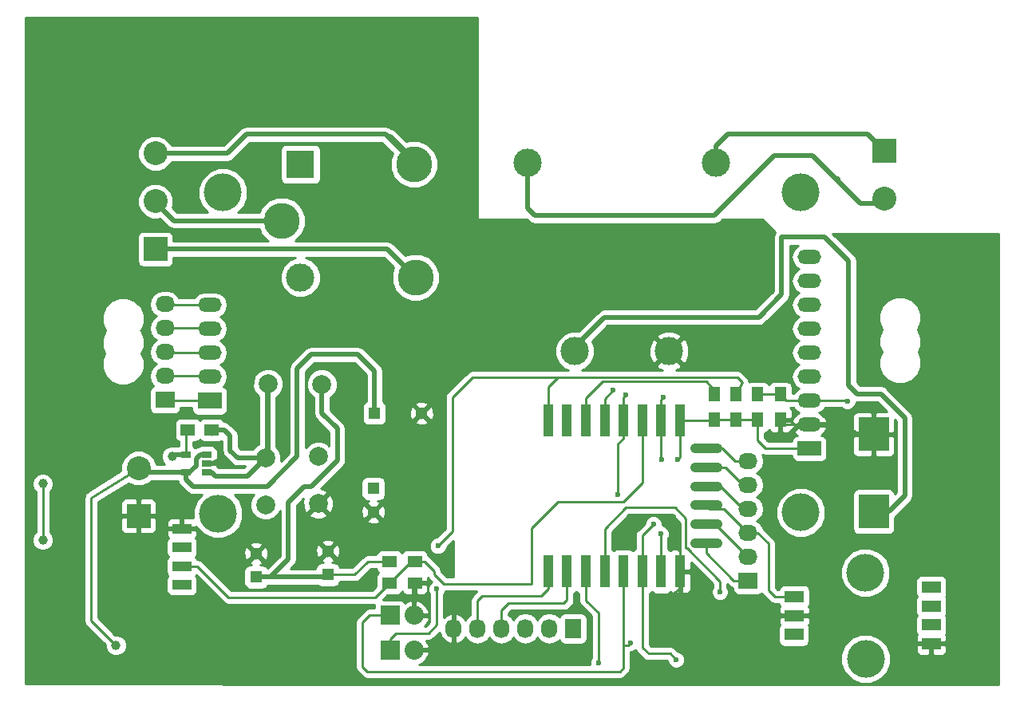
<source format=gbr>
G04 #@! TF.FileFunction,Copper,L2,Bot,Signal*
%FSLAX46Y46*%
G04 Gerber Fmt 4.6, Leading zero omitted, Abs format (unit mm)*
G04 Created by KiCad (PCBNEW 4.0.4-stable) date 02/12/17 18:05:11*
%MOMM*%
%LPD*%
G01*
G04 APERTURE LIST*
%ADD10C,0.100000*%
%ADD11C,4.000000*%
%ADD12R,2.000000X1.300000*%
%ADD13R,1.100000X3.500000*%
%ADD14O,3.400000X1.100000*%
%ADD15C,2.000000*%
%ADD16C,3.810000*%
%ADD17R,3.000000X3.000000*%
%ADD18C,3.000000*%
%ADD19R,1.300000X1.500000*%
%ADD20R,1.500000X1.300000*%
%ADD21R,1.500000X1.250000*%
%ADD22R,3.200000X3.600000*%
%ADD23R,2.000000X1.100000*%
%ADD24O,2.500000X1.500000*%
%ADD25R,2.500000X1.800000*%
%ADD26R,2.500000X1.500000*%
%ADD27R,2.540000X2.540000*%
%ADD28C,2.540000*%
%ADD29R,2.032000X1.727200*%
%ADD30O,2.032000X1.727200*%
%ADD31C,1.998980*%
%ADD32R,1.060000X0.650000*%
%ADD33R,1.300000X1.300000*%
%ADD34C,1.300000*%
%ADD35R,1.727200X2.032000*%
%ADD36O,1.727200X2.032000*%
%ADD37R,2.032000X2.032000*%
%ADD38O,2.032000X2.032000*%
%ADD39C,1.000000*%
%ADD40C,0.600000*%
%ADD41C,0.500000*%
%ADD42C,0.250000*%
%ADD43C,0.254000*%
G04 APERTURE END LIST*
D10*
D11*
X203111100Y-117640100D03*
D12*
X195541900Y-111048800D03*
X195541900Y-113055400D03*
X195491100Y-115062000D03*
X210070700Y-116027200D03*
X210070700Y-114046000D03*
X210070700Y-112039400D03*
X210070700Y-110032800D03*
D11*
X203073000Y-108496100D03*
D13*
X169418000Y-92329000D03*
X171418000Y-92329000D03*
X173418000Y-92329000D03*
X175418000Y-92329000D03*
X177418000Y-92329000D03*
X179418000Y-92329000D03*
X181418000Y-92329000D03*
X183418000Y-92329000D03*
D14*
X186184000Y-95335000D03*
X186184000Y-97335000D03*
X186184000Y-99335000D03*
X186184000Y-101335000D03*
X186184000Y-103335000D03*
X186184000Y-105335000D03*
D13*
X183418000Y-108361000D03*
X181418000Y-108361000D03*
X179418000Y-108361000D03*
X177418000Y-108361000D03*
X175418000Y-108361000D03*
X173418000Y-108361000D03*
X171418000Y-108361000D03*
X169418000Y-108361000D03*
D15*
X139712700Y-88468200D03*
X145427700Y-88506300D03*
D16*
X155354000Y-77151000D03*
D17*
X143154000Y-65151000D03*
D16*
X155194000Y-65151000D03*
D18*
X143154000Y-77151000D03*
D16*
X141154000Y-71151000D03*
D19*
X194056000Y-89582000D03*
X194056000Y-92282000D03*
D20*
X152574000Y-109601000D03*
X155274000Y-109601000D03*
D21*
X133711000Y-93345000D03*
X131211000Y-93345000D03*
D22*
X203962000Y-102017000D03*
X203962000Y-93817000D03*
D23*
X130568700Y-109804200D03*
X130568700Y-107823000D03*
X130568700Y-105816400D03*
X130568700Y-103809800D03*
D24*
X133525260Y-80078580D03*
X133525260Y-82618580D03*
X133525260Y-85158580D03*
X133525260Y-87698580D03*
D25*
X133525260Y-90238580D03*
D26*
X197129400Y-95313500D03*
D24*
X197129400Y-92773500D03*
X197129400Y-90233500D03*
X197129400Y-87693500D03*
X197129400Y-85153500D03*
X197129400Y-82613500D03*
X197129400Y-80073500D03*
X197129400Y-77533500D03*
X197129400Y-74993500D03*
D11*
X134418000Y-102235000D03*
X196226500Y-102108000D03*
X134926000Y-68156000D03*
X196226500Y-68156000D03*
D27*
X127762000Y-74168000D03*
D28*
X127762000Y-69088000D03*
X127762000Y-64008000D03*
D27*
X125984000Y-102489000D03*
D28*
X125984000Y-97409000D03*
D27*
X205105000Y-63754000D03*
D28*
X205105000Y-68834000D03*
D29*
X128778000Y-90170000D03*
D30*
X128778000Y-87630000D03*
X128778000Y-85090000D03*
X128778000Y-82550000D03*
X128778000Y-80010000D03*
D19*
X187071000Y-89582000D03*
X187071000Y-92282000D03*
X189357000Y-89582000D03*
X189357000Y-92282000D03*
X191643000Y-89582000D03*
X191643000Y-92282000D03*
D20*
X155274000Y-107315000D03*
X152574000Y-107315000D03*
D31*
X139446000Y-101305360D03*
X139446000Y-96304100D03*
X145034000Y-101178360D03*
X145034000Y-96177100D03*
D32*
X133180000Y-95951000D03*
X133180000Y-96901000D03*
X133180000Y-97851000D03*
X130980000Y-97851000D03*
X130980000Y-95951000D03*
D18*
X182247000Y-84984000D03*
X172247000Y-84984000D03*
X187247000Y-64984000D03*
X167247000Y-64984000D03*
D33*
X151003000Y-91567000D03*
D34*
X156003000Y-91567000D03*
D33*
X150876000Y-99568000D03*
D34*
X150876000Y-102068000D03*
D33*
X146050000Y-108712000D03*
D34*
X146050000Y-106212000D03*
D33*
X138430000Y-108966000D03*
D34*
X138430000Y-106466000D03*
D35*
X172085000Y-114427000D03*
D36*
X169545000Y-114427000D03*
X167005000Y-114427000D03*
X164465000Y-114427000D03*
X161925000Y-114427000D03*
X159385000Y-114427000D03*
D37*
X152654000Y-113030000D03*
D38*
X155194000Y-113030000D03*
D37*
X152654000Y-116713000D03*
D38*
X155194000Y-116713000D03*
D29*
X190627000Y-109347000D03*
D30*
X190627000Y-106807000D03*
X190627000Y-104267000D03*
X190627000Y-101727000D03*
X190627000Y-99187000D03*
X190627000Y-96647000D03*
D39*
X192913000Y-94234000D03*
D40*
X181864000Y-111379000D03*
D39*
X134747000Y-96774000D03*
D40*
X182753000Y-102616000D03*
X187642500Y-110553500D03*
X180594000Y-103378000D03*
X183007000Y-117729000D03*
X201168000Y-90297000D03*
X181356000Y-104394000D03*
X183134000Y-96520000D03*
D39*
X123571000Y-116205000D03*
X129540000Y-96139000D03*
D40*
X181483000Y-96520000D03*
X181610000Y-89916000D03*
X176784000Y-100203000D03*
X177673000Y-89662000D03*
X176276000Y-89154000D03*
X174752000Y-118110000D03*
D39*
X115824000Y-99060000D03*
X115824000Y-105029000D03*
D40*
X178181000Y-115951000D03*
X157734000Y-105664000D03*
X157607000Y-110236000D03*
D41*
X203962000Y-93817000D02*
X202021000Y-93817000D01*
X200977500Y-92773500D02*
X197129400Y-92773500D01*
X202021000Y-93817000D02*
X200977500Y-92773500D01*
X197129400Y-92773500D02*
X196151500Y-92773500D01*
X196151500Y-92773500D02*
X194691000Y-94234000D01*
X194691000Y-94234000D02*
X192913000Y-94234000D01*
D42*
X197129400Y-92773500D02*
X194547500Y-92773500D01*
X194547500Y-92773500D02*
X194056000Y-92282000D01*
X195580000Y-116840000D02*
X196469000Y-116840000D01*
X198374000Y-114935000D02*
X199136000Y-114935000D01*
X196469000Y-116840000D02*
X198374000Y-114935000D01*
X194437000Y-113055400D02*
X195541900Y-113055400D01*
X194437000Y-113055400D02*
X193827400Y-113055400D01*
X193827400Y-113055400D02*
X193802000Y-113030000D01*
X125984000Y-102489000D02*
X130302000Y-102489000D01*
X130568700Y-102755700D02*
X130568700Y-103809800D01*
X130302000Y-102489000D02*
X130568700Y-102755700D01*
X125984000Y-102489000D02*
X127127000Y-102489000D01*
X183418000Y-110079000D02*
X181864000Y-111379000D01*
X183418000Y-108361000D02*
X183418000Y-110079000D01*
D41*
X155194000Y-113030000D02*
X155194000Y-109681000D01*
X155194000Y-109681000D02*
X155274000Y-109601000D01*
X134747000Y-96774000D02*
X134175500Y-96774000D01*
X134048500Y-96901000D02*
X133180000Y-96901000D01*
X134175500Y-96774000D02*
X134048500Y-96901000D01*
D42*
X194525900Y-113055400D02*
X184556400Y-113055400D01*
X183418000Y-111917000D02*
X183418000Y-108361000D01*
X184556400Y-113055400D02*
X183418000Y-111917000D01*
X210070700Y-116027200D02*
X207340200Y-116027200D01*
X207340200Y-116027200D02*
X206248000Y-114935000D01*
X206248000Y-114935000D02*
X199136000Y-114935000D01*
X192252600Y-113055400D02*
X194525900Y-113055400D01*
X192024000Y-113284000D02*
X192252600Y-113055400D01*
X192024000Y-115697000D02*
X192024000Y-113284000D01*
X193167000Y-116840000D02*
X192024000Y-115697000D01*
X195580000Y-116840000D02*
X193167000Y-116840000D01*
X183418000Y-103281000D02*
X183418000Y-108361000D01*
X182753000Y-102616000D02*
X183418000Y-103281000D01*
X184023000Y-105918000D02*
X184150000Y-105918000D01*
X184023000Y-102743000D02*
X184023000Y-105918000D01*
X182880000Y-101600000D02*
X184023000Y-102743000D01*
X177673000Y-101600000D02*
X182880000Y-101600000D01*
X175418000Y-103855000D02*
X177673000Y-101600000D01*
X175418000Y-108361000D02*
X175418000Y-103855000D01*
X187642500Y-109410500D02*
X187642500Y-110553500D01*
X184150000Y-105918000D02*
X187642500Y-109410500D01*
X187642500Y-110553500D02*
X187579000Y-110617000D01*
X181991000Y-117094000D02*
X182372000Y-117094000D01*
X182372000Y-117094000D02*
X183007000Y-117729000D01*
X179418000Y-104521000D02*
X179451000Y-104521000D01*
X179451000Y-104521000D02*
X180594000Y-103378000D01*
X179418000Y-108361000D02*
X179418000Y-104521000D01*
X179418000Y-116426000D02*
X179418000Y-108361000D01*
X180086000Y-117094000D02*
X179418000Y-116426000D01*
X181991000Y-117094000D02*
X180086000Y-117094000D01*
X200406000Y-90233500D02*
X201104500Y-90233500D01*
X201104500Y-90233500D02*
X201168000Y-90297000D01*
X197129400Y-90233500D02*
X194707500Y-90233500D01*
X194707500Y-90233500D02*
X194056000Y-89582000D01*
X194056000Y-89582000D02*
X191643000Y-89582000D01*
X181418000Y-108361000D02*
X181418000Y-104456000D01*
X181418000Y-104456000D02*
X181356000Y-104394000D01*
X197129400Y-90233500D02*
X200406000Y-90233500D01*
X200406000Y-90233500D02*
X200596500Y-90233500D01*
X130568700Y-107823000D02*
X132207000Y-107823000D01*
X132207000Y-107823000D02*
X135509000Y-111125000D01*
X151050000Y-111125000D02*
X152574000Y-109601000D01*
X135509000Y-111125000D02*
X151050000Y-111125000D01*
X130568700Y-107823000D02*
X130365500Y-107823000D01*
X155274000Y-107315000D02*
X154860000Y-107315000D01*
X154860000Y-107315000D02*
X152574000Y-109601000D01*
X179418000Y-92329000D02*
X179418000Y-98966000D01*
X156337000Y-107315000D02*
X155274000Y-107315000D01*
X157353000Y-108331000D02*
X156337000Y-107315000D01*
X157353000Y-108712000D02*
X157353000Y-108331000D01*
X158369000Y-109728000D02*
X157353000Y-108712000D01*
X167640000Y-109728000D02*
X158369000Y-109728000D01*
X167640000Y-103759000D02*
X167640000Y-109728000D01*
X170434000Y-100965000D02*
X167640000Y-103759000D01*
X177419000Y-100965000D02*
X170434000Y-100965000D01*
X179418000Y-98966000D02*
X177419000Y-100965000D01*
X191643000Y-92282000D02*
X189357000Y-92282000D01*
X197129400Y-95313500D02*
X192468500Y-95313500D01*
X191643000Y-94488000D02*
X191643000Y-92282000D01*
X192468500Y-95313500D02*
X191643000Y-94488000D01*
X146050000Y-108712000D02*
X148907500Y-108712000D01*
X150304500Y-107315000D02*
X152574000Y-107315000D01*
X148907500Y-108712000D02*
X150304500Y-107315000D01*
D41*
X138430000Y-108966000D02*
X145796000Y-108966000D01*
X145796000Y-108966000D02*
X146050000Y-108712000D01*
X145427700Y-88506300D02*
X145427700Y-91579700D01*
X145427700Y-91579700D02*
X147066000Y-93218000D01*
X147066000Y-93218000D02*
X147066000Y-96583500D01*
X147066000Y-96583500D02*
X144272000Y-99377500D01*
X144272000Y-99377500D02*
X143510000Y-99377500D01*
X143510000Y-99377500D02*
X141859000Y-101028500D01*
X141859000Y-101028500D02*
X141859000Y-107061000D01*
X141859000Y-107061000D02*
X139954000Y-108966000D01*
X139954000Y-108966000D02*
X138430000Y-108966000D01*
D42*
X183418000Y-96236000D02*
X183418000Y-92329000D01*
X183134000Y-96520000D02*
X183418000Y-96236000D01*
X183418000Y-92329000D02*
X187024000Y-92329000D01*
X187024000Y-92329000D02*
X187071000Y-92282000D01*
X187071000Y-92282000D02*
X189357000Y-92282000D01*
D41*
X172247000Y-84984000D02*
X172247000Y-84547000D01*
X172247000Y-84547000D02*
X175387000Y-81407000D01*
X194183000Y-78994000D02*
X194183000Y-72898000D01*
X191770000Y-81407000D02*
X194183000Y-78994000D01*
X175387000Y-81407000D02*
X191770000Y-81407000D01*
X203962000Y-102017000D02*
X205577000Y-102017000D01*
X198755000Y-72898000D02*
X194183000Y-72898000D01*
X201295000Y-75438000D02*
X198755000Y-72898000D01*
X201295000Y-88646000D02*
X201295000Y-75438000D01*
X202184000Y-89535000D02*
X201295000Y-88646000D01*
X204724000Y-89535000D02*
X202184000Y-89535000D01*
X207264000Y-92075000D02*
X204724000Y-89535000D01*
X207264000Y-100330000D02*
X207264000Y-92075000D01*
X205577000Y-102017000D02*
X207264000Y-100330000D01*
X139604750Y-99345750D02*
X131730750Y-99345750D01*
X130980000Y-98595000D02*
X130980000Y-97851000D01*
X131730750Y-99345750D02*
X130980000Y-98595000D01*
X130980000Y-97851000D02*
X126426000Y-97851000D01*
X126426000Y-97851000D02*
X125984000Y-97409000D01*
X142811500Y-94742000D02*
X142811500Y-86804500D01*
X151003000Y-87122000D02*
X151003000Y-91567000D01*
X149225000Y-85344000D02*
X151003000Y-87122000D01*
X144272000Y-85344000D02*
X149225000Y-85344000D01*
X142811500Y-86804500D02*
X144272000Y-85344000D01*
X142811500Y-96139000D02*
X142811500Y-94742000D01*
X139573000Y-99377500D02*
X139604750Y-99345750D01*
X139604750Y-99345750D02*
X142811500Y-96139000D01*
D42*
X123571000Y-116205000D02*
X120967500Y-113601500D01*
X120967500Y-113601500D02*
X120967500Y-100520500D01*
X120967500Y-100520500D02*
X125984000Y-97409000D01*
D41*
X130980000Y-97851000D02*
X131384000Y-97851000D01*
X131384000Y-97851000D02*
X132080000Y-97155000D01*
X132522000Y-95951000D02*
X133180000Y-95951000D01*
X132080000Y-96393000D02*
X132522000Y-95951000D01*
X132080000Y-97155000D02*
X132080000Y-96393000D01*
X130919000Y-97790000D02*
X130980000Y-97851000D01*
D42*
X126045000Y-97470000D02*
X125984000Y-97409000D01*
D41*
X130980000Y-95951000D02*
X129728000Y-95951000D01*
X129728000Y-95951000D02*
X129540000Y-96139000D01*
D42*
X130980000Y-95951000D02*
X130980000Y-93576000D01*
X130980000Y-93576000D02*
X131211000Y-93345000D01*
X128778000Y-82550000D02*
X133456680Y-82550000D01*
X133456680Y-82550000D02*
X133525260Y-82618580D01*
X133525260Y-85158580D02*
X128846580Y-85158580D01*
X128846580Y-85158580D02*
X128778000Y-85090000D01*
X128778000Y-87630000D02*
X133456680Y-87630000D01*
X133456680Y-87630000D02*
X133525260Y-87698580D01*
X133525260Y-90238580D02*
X128846580Y-90238580D01*
X128846580Y-90238580D02*
X128778000Y-90170000D01*
X181418000Y-96455000D02*
X181418000Y-92329000D01*
X181483000Y-96520000D02*
X181418000Y-96455000D01*
X181418000Y-92329000D02*
X181418000Y-90108000D01*
X181418000Y-90108000D02*
X181610000Y-89916000D01*
X176784000Y-100203000D02*
X176784000Y-94869000D01*
X177418000Y-94235000D02*
X177418000Y-92329000D01*
X176784000Y-94869000D02*
X177418000Y-94235000D01*
X177418000Y-92329000D02*
X177418000Y-89917000D01*
X177418000Y-89917000D02*
X177673000Y-89662000D01*
X175418000Y-92329000D02*
X175418000Y-90012000D01*
X175418000Y-90012000D02*
X176276000Y-89154000D01*
D41*
X127762000Y-74168000D02*
X152371000Y-74168000D01*
X152371000Y-74168000D02*
X155354000Y-77151000D01*
X155354000Y-77151000D02*
X155354000Y-76741000D01*
X127762000Y-69088000D02*
X127762000Y-69215000D01*
X127762000Y-69215000D02*
X129698000Y-71151000D01*
X129698000Y-71151000D02*
X141154000Y-71151000D01*
X127762000Y-69088000D02*
X128397000Y-69088000D01*
X127317500Y-69215000D02*
X127762000Y-69088000D01*
X155194000Y-65151000D02*
X155194000Y-65024000D01*
X155194000Y-65024000D02*
X152146000Y-61976000D01*
X127762000Y-64008000D02*
X135382000Y-64008000D01*
X137414000Y-61976000D02*
X152146000Y-61976000D01*
X135382000Y-64008000D02*
X137414000Y-61976000D01*
X155194000Y-65151000D02*
X155194000Y-64770000D01*
X155194000Y-64770000D02*
X152654000Y-62230000D01*
X187247000Y-64984000D02*
X187247000Y-63197000D01*
X203327000Y-61976000D02*
X205105000Y-63754000D01*
X188468000Y-61976000D02*
X203327000Y-61976000D01*
X187247000Y-63197000D02*
X188468000Y-61976000D01*
X187247000Y-64984000D02*
X187746000Y-64984000D01*
D42*
X173418000Y-108361000D02*
X173418000Y-111442000D01*
X174752000Y-112776000D02*
X174752000Y-118110000D01*
X173418000Y-111442000D02*
X174752000Y-112776000D01*
X115824000Y-105029000D02*
X115824000Y-99060000D01*
X177927000Y-116205000D02*
X177418000Y-116205000D01*
X178181000Y-115951000D02*
X177927000Y-116205000D01*
X152908000Y-118999000D02*
X150241000Y-118999000D01*
X150241000Y-118999000D02*
X149733000Y-118491000D01*
X149733000Y-118491000D02*
X149733000Y-113792000D01*
X149733000Y-113792000D02*
X150495000Y-113030000D01*
X150495000Y-113030000D02*
X152654000Y-113030000D01*
X177418000Y-116205000D02*
X177418000Y-118617000D01*
X177036000Y-118999000D02*
X152908000Y-118999000D01*
X177418000Y-118617000D02*
X177036000Y-118999000D01*
X177418000Y-108361000D02*
X177418000Y-116205000D01*
X173418000Y-92329000D02*
X173418000Y-89980000D01*
X186251002Y-88207002D02*
X187071000Y-89154000D01*
X175190998Y-88207002D02*
X186251002Y-88207002D01*
X173418000Y-89980000D02*
X175190998Y-88207002D01*
X187071000Y-89154000D02*
X187071000Y-89582000D01*
X169418000Y-87757000D02*
X161417000Y-87757000D01*
X161417000Y-87757000D02*
X161036000Y-88138000D01*
X170815000Y-87757000D02*
X169418000Y-87757000D01*
X152654000Y-116713000D02*
X152654000Y-115570000D01*
X159258000Y-89916000D02*
X161036000Y-88138000D01*
X159258000Y-104140000D02*
X159258000Y-89916000D01*
X157734000Y-105664000D02*
X159258000Y-104140000D01*
X157607000Y-114046000D02*
X157607000Y-110236000D01*
X156718000Y-114935000D02*
X157607000Y-114046000D01*
X153289000Y-114935000D02*
X156718000Y-114935000D01*
X152654000Y-115570000D02*
X153289000Y-114935000D01*
X169418000Y-92329000D02*
X169418000Y-88773000D01*
X189992000Y-88265000D02*
X189357000Y-89582000D01*
X189484000Y-87757000D02*
X189992000Y-88265000D01*
X170434000Y-87757000D02*
X170815000Y-87757000D01*
X170815000Y-87757000D02*
X189484000Y-87757000D01*
X169418000Y-88773000D02*
X170434000Y-87757000D01*
X169418000Y-108361000D02*
X169418000Y-110236000D01*
X161925000Y-111506000D02*
X161925000Y-114427000D01*
X162433000Y-110998000D02*
X161925000Y-111506000D01*
X168656000Y-110998000D02*
X162433000Y-110998000D01*
X169418000Y-110236000D02*
X168656000Y-110998000D01*
D41*
X133180000Y-97851000D02*
X133728500Y-97851000D01*
X137515600Y-98234500D02*
X139446000Y-96304100D01*
X134112000Y-98234500D02*
X137515600Y-98234500D01*
X133728500Y-97851000D02*
X134112000Y-98234500D01*
X139446000Y-96304100D02*
X136486900Y-96304100D01*
X136486900Y-96304100D02*
X135699500Y-95516700D01*
X135064500Y-93345000D02*
X133711000Y-93345000D01*
X135699500Y-93980000D02*
X135064500Y-93345000D01*
X135699500Y-95516700D02*
X135699500Y-93980000D01*
X139712700Y-88468200D02*
X139712700Y-96037400D01*
X139712700Y-96037400D02*
X139446000Y-96304100D01*
D42*
X139446000Y-96304100D02*
X139446000Y-88734900D01*
X139446000Y-88734900D02*
X139712700Y-88468200D01*
X133711000Y-93345000D02*
X133711000Y-93833000D01*
D41*
X199644000Y-66421000D02*
X202565000Y-69342000D01*
X202565000Y-69342000D02*
X204597000Y-69342000D01*
X204597000Y-69342000D02*
X205105000Y-68834000D01*
X200152000Y-66675000D02*
X199898000Y-66675000D01*
X199898000Y-66675000D02*
X199644000Y-66421000D01*
X199644000Y-66421000D02*
X197485000Y-64262000D01*
X167247000Y-69838000D02*
X167247000Y-64984000D01*
X168021000Y-70612000D02*
X167247000Y-69838000D01*
X187071000Y-70612000D02*
X168021000Y-70612000D01*
X193421000Y-64262000D02*
X187071000Y-70612000D01*
X197485000Y-64262000D02*
X193421000Y-64262000D01*
X167247000Y-64984000D02*
X167247000Y-64528000D01*
D42*
X133525260Y-80078580D02*
X128846580Y-80078580D01*
X128846580Y-80078580D02*
X128778000Y-80010000D01*
X164465000Y-114427000D02*
X164465000Y-112522000D01*
X171418000Y-111411000D02*
X171418000Y-108361000D01*
X171069000Y-111760000D02*
X171418000Y-111411000D01*
X165227000Y-111760000D02*
X171069000Y-111760000D01*
X164465000Y-112522000D02*
X165227000Y-111760000D01*
X192786000Y-110363000D02*
X192786000Y-105410000D01*
X195541900Y-111048800D02*
X193471800Y-111048800D01*
X192786000Y-110363000D02*
X193471800Y-111048800D01*
X192786000Y-105410000D02*
X191643000Y-104267000D01*
X191643000Y-104267000D02*
X190627000Y-104267000D01*
X190627000Y-104267000D02*
X188087000Y-101727000D01*
X188087000Y-101727000D02*
X186576000Y-101727000D01*
X186576000Y-101727000D02*
X186184000Y-101335000D01*
X194056000Y-111048800D02*
X195541900Y-111048800D01*
X194056000Y-111048800D02*
X194525900Y-111048800D01*
X190627000Y-96647000D02*
X189230000Y-96647000D01*
X187918000Y-95335000D02*
X186184000Y-95335000D01*
X189230000Y-96647000D02*
X187918000Y-95335000D01*
X190627000Y-99187000D02*
X190119000Y-99187000D01*
X190119000Y-99187000D02*
X188267000Y-97335000D01*
X188267000Y-97335000D02*
X186184000Y-97335000D01*
X190627000Y-101727000D02*
X190119000Y-101727000D01*
X190119000Y-101727000D02*
X187727000Y-99335000D01*
X187727000Y-99335000D02*
X186184000Y-99335000D01*
X186184000Y-103335000D02*
X187155000Y-103335000D01*
X187155000Y-103335000D02*
X190627000Y-106807000D01*
X190627000Y-109347000D02*
X189103000Y-109347000D01*
X186184000Y-106428000D02*
X186184000Y-105335000D01*
X189103000Y-109347000D02*
X186184000Y-106428000D01*
D43*
G36*
X161925000Y-70866000D02*
X161935006Y-70915410D01*
X161963447Y-70957035D01*
X162005841Y-70984315D01*
X162052000Y-70993000D01*
X167150421Y-70993000D01*
X167395208Y-71237787D01*
X167395210Y-71237790D01*
X167682325Y-71429633D01*
X168021000Y-71497000D01*
X187070995Y-71497000D01*
X187071000Y-71497001D01*
X187353484Y-71440810D01*
X187409675Y-71429633D01*
X187696790Y-71237790D01*
X187941580Y-70993000D01*
X192098394Y-70993000D01*
X193485270Y-72379876D01*
X193365367Y-72559325D01*
X193298000Y-72898000D01*
X193298000Y-78627421D01*
X191403420Y-80522000D01*
X175387005Y-80522000D01*
X175387000Y-80521999D01*
X175048326Y-80589366D01*
X175048324Y-80589367D01*
X175048325Y-80589367D01*
X174761210Y-80781210D01*
X174761208Y-80781213D01*
X172687325Y-82855096D01*
X172673541Y-82849372D01*
X171824185Y-82848630D01*
X171039200Y-83172980D01*
X170438091Y-83773041D01*
X170112372Y-84557459D01*
X170111630Y-85406815D01*
X170435980Y-86191800D01*
X171036041Y-86792909D01*
X171527546Y-86997000D01*
X161417000Y-86997000D01*
X161126160Y-87054852D01*
X160879599Y-87219599D01*
X158720599Y-89378599D01*
X158555852Y-89625161D01*
X158498000Y-89916000D01*
X158498000Y-103825198D01*
X157594320Y-104728878D01*
X157548833Y-104728838D01*
X157205057Y-104870883D01*
X156941808Y-105133673D01*
X156799162Y-105477201D01*
X156798838Y-105849167D01*
X156940883Y-106192943D01*
X157203673Y-106456192D01*
X157547201Y-106598838D01*
X157919167Y-106599162D01*
X158262943Y-106457117D01*
X158526192Y-106194327D01*
X158668838Y-105850799D01*
X158668879Y-105803923D01*
X159385000Y-105087802D01*
X159385000Y-108968000D01*
X158683802Y-108968000D01*
X158113000Y-108397198D01*
X158113000Y-108331000D01*
X158055148Y-108040161D01*
X157890401Y-107793599D01*
X156874401Y-106777599D01*
X156666487Y-106638675D01*
X156627162Y-106429683D01*
X156488090Y-106213559D01*
X156275890Y-106068569D01*
X156024000Y-106017560D01*
X154524000Y-106017560D01*
X154288683Y-106061838D01*
X154072559Y-106200910D01*
X153927569Y-106413110D01*
X153924919Y-106426197D01*
X153788090Y-106213559D01*
X153575890Y-106068569D01*
X153324000Y-106017560D01*
X151824000Y-106017560D01*
X151588683Y-106061838D01*
X151372559Y-106200910D01*
X151227569Y-106413110D01*
X151198836Y-106555000D01*
X150304500Y-106555000D01*
X150013660Y-106612852D01*
X149767099Y-106777599D01*
X148592698Y-107952000D01*
X147326742Y-107952000D01*
X147303162Y-107826683D01*
X147164090Y-107610559D01*
X146951890Y-107465569D01*
X146700000Y-107414560D01*
X146537615Y-107414560D01*
X146713729Y-107341611D01*
X146769410Y-107111016D01*
X146050000Y-106391605D01*
X145330590Y-107111016D01*
X145386271Y-107341611D01*
X145595902Y-107414560D01*
X145400000Y-107414560D01*
X145164683Y-107458838D01*
X144948559Y-107597910D01*
X144803569Y-107810110D01*
X144752560Y-108062000D01*
X144752560Y-108081000D01*
X142090579Y-108081000D01*
X142484787Y-107686792D01*
X142484790Y-107686790D01*
X142676633Y-107399675D01*
X142699324Y-107285599D01*
X142744001Y-107061000D01*
X142744000Y-107060995D01*
X142744000Y-106031078D01*
X144752378Y-106031078D01*
X144781917Y-106541428D01*
X144920389Y-106875729D01*
X145150984Y-106931410D01*
X145870395Y-106212000D01*
X146229605Y-106212000D01*
X146949016Y-106931410D01*
X147179611Y-106875729D01*
X147347622Y-106392922D01*
X147318083Y-105882572D01*
X147179611Y-105548271D01*
X146949016Y-105492590D01*
X146229605Y-106212000D01*
X145870395Y-106212000D01*
X145150984Y-105492590D01*
X144920389Y-105548271D01*
X144752378Y-106031078D01*
X142744000Y-106031078D01*
X142744000Y-105312984D01*
X145330590Y-105312984D01*
X146050000Y-106032395D01*
X146769410Y-105312984D01*
X146713729Y-105082389D01*
X146230922Y-104914378D01*
X145720572Y-104943917D01*
X145386271Y-105082389D01*
X145330590Y-105312984D01*
X142744000Y-105312984D01*
X142744000Y-102967016D01*
X150156590Y-102967016D01*
X150212271Y-103197611D01*
X150695078Y-103365622D01*
X151205428Y-103336083D01*
X151539729Y-103197611D01*
X151595410Y-102967016D01*
X150876000Y-102247605D01*
X150156590Y-102967016D01*
X142744000Y-102967016D01*
X142744000Y-102330523D01*
X144061443Y-102330523D01*
X144160042Y-102597325D01*
X144769582Y-102823761D01*
X145419377Y-102799701D01*
X145907958Y-102597325D01*
X146006557Y-102330523D01*
X145034000Y-101357965D01*
X144061443Y-102330523D01*
X142744000Y-102330523D01*
X142744000Y-101395080D01*
X143485214Y-100653865D01*
X143388599Y-100913942D01*
X143412659Y-101563737D01*
X143615035Y-102052318D01*
X143881837Y-102150917D01*
X144854395Y-101178360D01*
X145213605Y-101178360D01*
X146186163Y-102150917D01*
X146452965Y-102052318D01*
X146514349Y-101887078D01*
X149578378Y-101887078D01*
X149607917Y-102397428D01*
X149746389Y-102731729D01*
X149976984Y-102787410D01*
X150696395Y-102068000D01*
X151055605Y-102068000D01*
X151775016Y-102787410D01*
X152005611Y-102731729D01*
X152173622Y-102248922D01*
X152144083Y-101738572D01*
X152005611Y-101404271D01*
X151775016Y-101348590D01*
X151055605Y-102068000D01*
X150696395Y-102068000D01*
X149976984Y-101348590D01*
X149746389Y-101404271D01*
X149578378Y-101887078D01*
X146514349Y-101887078D01*
X146679401Y-101442778D01*
X146655341Y-100792983D01*
X146452965Y-100304402D01*
X146186163Y-100205803D01*
X145213605Y-101178360D01*
X144854395Y-101178360D01*
X144840252Y-101164218D01*
X145019858Y-100984612D01*
X145034000Y-100998755D01*
X146006557Y-100026197D01*
X145907958Y-99759395D01*
X145349241Y-99551839D01*
X145983079Y-98918000D01*
X149578560Y-98918000D01*
X149578560Y-100218000D01*
X149622838Y-100453317D01*
X149761910Y-100669441D01*
X149974110Y-100814431D01*
X150226000Y-100865440D01*
X150388385Y-100865440D01*
X150212271Y-100938389D01*
X150156590Y-101168984D01*
X150876000Y-101888395D01*
X151595410Y-101168984D01*
X151539729Y-100938389D01*
X151330098Y-100865440D01*
X151526000Y-100865440D01*
X151761317Y-100821162D01*
X151977441Y-100682090D01*
X152122431Y-100469890D01*
X152173440Y-100218000D01*
X152173440Y-98918000D01*
X152129162Y-98682683D01*
X151990090Y-98466559D01*
X151777890Y-98321569D01*
X151526000Y-98270560D01*
X150226000Y-98270560D01*
X149990683Y-98314838D01*
X149774559Y-98453910D01*
X149629569Y-98666110D01*
X149578560Y-98918000D01*
X145983079Y-98918000D01*
X147691787Y-97209292D01*
X147691790Y-97209290D01*
X147883633Y-96922175D01*
X147908413Y-96797599D01*
X147951001Y-96583500D01*
X147951000Y-96583495D01*
X147951000Y-93218005D01*
X147951001Y-93218000D01*
X147883633Y-92879325D01*
X147879976Y-92873852D01*
X147691790Y-92592210D01*
X147691787Y-92592208D01*
X146312700Y-91213120D01*
X146312700Y-89909698D01*
X146352643Y-89893194D01*
X146812978Y-89433663D01*
X147062416Y-88832948D01*
X147062984Y-88182505D01*
X146814594Y-87581357D01*
X146355063Y-87121022D01*
X145754348Y-86871584D01*
X145103905Y-86871016D01*
X144502757Y-87119406D01*
X144042422Y-87578937D01*
X143792984Y-88179652D01*
X143792416Y-88830095D01*
X144040806Y-89431243D01*
X144500337Y-89891578D01*
X144542700Y-89909169D01*
X144542700Y-91579695D01*
X144542699Y-91579700D01*
X144598890Y-91862184D01*
X144610067Y-91918375D01*
X144768174Y-92155000D01*
X144801910Y-92205490D01*
X146181000Y-93584579D01*
X146181000Y-95012565D01*
X145961073Y-94792254D01*
X145360547Y-94542894D01*
X144710306Y-94542326D01*
X144109345Y-94790638D01*
X143696500Y-95202764D01*
X143696500Y-87171080D01*
X144638579Y-86229000D01*
X148858420Y-86229000D01*
X150118000Y-87488579D01*
X150118000Y-90313778D01*
X150117683Y-90313838D01*
X149901559Y-90452910D01*
X149756569Y-90665110D01*
X149705560Y-90917000D01*
X149705560Y-92217000D01*
X149749838Y-92452317D01*
X149888910Y-92668441D01*
X150101110Y-92813431D01*
X150353000Y-92864440D01*
X151653000Y-92864440D01*
X151888317Y-92820162D01*
X152104441Y-92681090D01*
X152249431Y-92468890D01*
X152250012Y-92466016D01*
X155283590Y-92466016D01*
X155339271Y-92696611D01*
X155822078Y-92864622D01*
X156332428Y-92835083D01*
X156666729Y-92696611D01*
X156722410Y-92466016D01*
X156003000Y-91746605D01*
X155283590Y-92466016D01*
X152250012Y-92466016D01*
X152300440Y-92217000D01*
X152300440Y-91386078D01*
X154705378Y-91386078D01*
X154734917Y-91896428D01*
X154873389Y-92230729D01*
X155103984Y-92286410D01*
X155823395Y-91567000D01*
X156182605Y-91567000D01*
X156902016Y-92286410D01*
X157132611Y-92230729D01*
X157300622Y-91747922D01*
X157271083Y-91237572D01*
X157132611Y-90903271D01*
X156902016Y-90847590D01*
X156182605Y-91567000D01*
X155823395Y-91567000D01*
X155103984Y-90847590D01*
X154873389Y-90903271D01*
X154705378Y-91386078D01*
X152300440Y-91386078D01*
X152300440Y-90917000D01*
X152256162Y-90681683D01*
X152247347Y-90667984D01*
X155283590Y-90667984D01*
X156003000Y-91387395D01*
X156722410Y-90667984D01*
X156666729Y-90437389D01*
X156183922Y-90269378D01*
X155673572Y-90298917D01*
X155339271Y-90437389D01*
X155283590Y-90667984D01*
X152247347Y-90667984D01*
X152117090Y-90465559D01*
X151904890Y-90320569D01*
X151888000Y-90317149D01*
X151888000Y-87122005D01*
X151888001Y-87122000D01*
X151827279Y-86816739D01*
X151820633Y-86783325D01*
X151628790Y-86496210D01*
X151628787Y-86496208D01*
X149850790Y-84718210D01*
X149705572Y-84621179D01*
X149563675Y-84526367D01*
X149507484Y-84515190D01*
X149225000Y-84458999D01*
X149224995Y-84459000D01*
X144272005Y-84459000D01*
X144272000Y-84458999D01*
X143989516Y-84515190D01*
X143933325Y-84526367D01*
X143646210Y-84718210D01*
X143646208Y-84718213D01*
X142185710Y-86178710D01*
X141993867Y-86465825D01*
X141993867Y-86465826D01*
X141926499Y-86804500D01*
X141926500Y-86804505D01*
X141926500Y-95772421D01*
X141080216Y-96618704D01*
X141080774Y-95980406D01*
X140832462Y-95379445D01*
X140597700Y-95144273D01*
X140597700Y-89871598D01*
X140637643Y-89855094D01*
X141097978Y-89395563D01*
X141347416Y-88794848D01*
X141347984Y-88144405D01*
X141099594Y-87543257D01*
X140640063Y-87082922D01*
X140039348Y-86833484D01*
X139388905Y-86832916D01*
X138787757Y-87081306D01*
X138327422Y-87540837D01*
X138077984Y-88141552D01*
X138077416Y-88791995D01*
X138325806Y-89393143D01*
X138686000Y-89753967D01*
X138686000Y-94849604D01*
X138521345Y-94917638D01*
X138061154Y-95377027D01*
X138043684Y-95419100D01*
X136853479Y-95419100D01*
X136584500Y-95150120D01*
X136584500Y-93980005D01*
X136584501Y-93980000D01*
X136517134Y-93641326D01*
X136428216Y-93508250D01*
X136325290Y-93354210D01*
X136325287Y-93354208D01*
X135690290Y-92719210D01*
X135581471Y-92646500D01*
X135403175Y-92527367D01*
X135346984Y-92516190D01*
X135064500Y-92459999D01*
X135064495Y-92460000D01*
X135048279Y-92460000D01*
X134925090Y-92268559D01*
X134712890Y-92123569D01*
X134461000Y-92072560D01*
X132961000Y-92072560D01*
X132725683Y-92116838D01*
X132509559Y-92255910D01*
X132461866Y-92325711D01*
X132425090Y-92268559D01*
X132212890Y-92123569D01*
X131961000Y-92072560D01*
X130461000Y-92072560D01*
X130225683Y-92116838D01*
X130009559Y-92255910D01*
X129864569Y-92468110D01*
X129813560Y-92720000D01*
X129813560Y-93970000D01*
X129857838Y-94205317D01*
X129996910Y-94421441D01*
X130209110Y-94566431D01*
X130220000Y-94568636D01*
X130220000Y-95021838D01*
X130214683Y-95022838D01*
X130147607Y-95066000D01*
X129915594Y-95066000D01*
X129766756Y-95004197D01*
X129315225Y-95003803D01*
X128897914Y-95176233D01*
X128578355Y-95495235D01*
X128405197Y-95912244D01*
X128404803Y-96363775D01*
X128577233Y-96781086D01*
X128761825Y-96966000D01*
X127862169Y-96966000D01*
X127599922Y-96331314D01*
X127064505Y-95794961D01*
X126364590Y-95504332D01*
X125606735Y-95503670D01*
X124906314Y-95793078D01*
X124369961Y-96328495D01*
X124079332Y-97028410D01*
X124078748Y-97696417D01*
X120566908Y-99874647D01*
X120502917Y-99934444D01*
X120430099Y-99983099D01*
X120395607Y-100034721D01*
X120350244Y-100077110D01*
X120314008Y-100156842D01*
X120265352Y-100229661D01*
X120253240Y-100290553D01*
X120227552Y-100347075D01*
X120224586Y-100434602D01*
X120207500Y-100520500D01*
X120207500Y-113601500D01*
X120265352Y-113892339D01*
X120430099Y-114138901D01*
X122436052Y-116144854D01*
X122435803Y-116429775D01*
X122608233Y-116847086D01*
X122927235Y-117166645D01*
X123344244Y-117339803D01*
X123795775Y-117340197D01*
X124213086Y-117167767D01*
X124532645Y-116848765D01*
X124705803Y-116431756D01*
X124706197Y-115980225D01*
X124533767Y-115562914D01*
X124214765Y-115243355D01*
X123797756Y-115070197D01*
X123510749Y-115069947D01*
X121727500Y-113286698D01*
X121727500Y-102774750D01*
X124079000Y-102774750D01*
X124079000Y-103885309D01*
X124175673Y-104118698D01*
X124354301Y-104297327D01*
X124587690Y-104394000D01*
X125698250Y-104394000D01*
X125857000Y-104235250D01*
X125857000Y-102616000D01*
X126111000Y-102616000D01*
X126111000Y-104235250D01*
X126269750Y-104394000D01*
X127380310Y-104394000D01*
X127613699Y-104297327D01*
X127792327Y-104118698D01*
X127889000Y-103885309D01*
X127889000Y-103133490D01*
X128933700Y-103133490D01*
X128933700Y-103524050D01*
X129092450Y-103682800D01*
X130441700Y-103682800D01*
X130441700Y-102783550D01*
X130282950Y-102624800D01*
X129442391Y-102624800D01*
X129209002Y-102721473D01*
X129030373Y-102900101D01*
X128933700Y-103133490D01*
X127889000Y-103133490D01*
X127889000Y-102774750D01*
X127730250Y-102616000D01*
X126111000Y-102616000D01*
X125857000Y-102616000D01*
X124237750Y-102616000D01*
X124079000Y-102774750D01*
X121727500Y-102774750D01*
X121727500Y-101092691D01*
X124079000Y-101092691D01*
X124079000Y-102203250D01*
X124237750Y-102362000D01*
X125857000Y-102362000D01*
X125857000Y-100742750D01*
X126111000Y-100742750D01*
X126111000Y-102362000D01*
X127730250Y-102362000D01*
X127889000Y-102203250D01*
X127889000Y-101092691D01*
X127792327Y-100859302D01*
X127613699Y-100680673D01*
X127380310Y-100584000D01*
X126269750Y-100584000D01*
X126111000Y-100742750D01*
X125857000Y-100742750D01*
X125698250Y-100584000D01*
X124587690Y-100584000D01*
X124354301Y-100680673D01*
X124175673Y-100859302D01*
X124079000Y-101092691D01*
X121727500Y-101092691D01*
X121727500Y-100943429D01*
X124872958Y-98992449D01*
X124903495Y-99023039D01*
X125603410Y-99313668D01*
X126361265Y-99314330D01*
X127061686Y-99024922D01*
X127351113Y-98736000D01*
X130123046Y-98736000D01*
X130140440Y-98823440D01*
X130162367Y-98933675D01*
X130286531Y-99119500D01*
X130354210Y-99220790D01*
X131104958Y-99971537D01*
X131104960Y-99971540D01*
X131392075Y-100163383D01*
X131440031Y-100172922D01*
X131730750Y-100230751D01*
X131730755Y-100230750D01*
X132696042Y-100230750D01*
X132185458Y-100740443D01*
X131783458Y-101708567D01*
X131782627Y-102661092D01*
X131695009Y-102624800D01*
X130854450Y-102624800D01*
X130695700Y-102783550D01*
X130695700Y-103682800D01*
X132044950Y-103682800D01*
X132130002Y-103597748D01*
X132182853Y-103725658D01*
X132923443Y-104467542D01*
X133891567Y-104869542D01*
X134939834Y-104870457D01*
X135908658Y-104470147D01*
X136650542Y-103729557D01*
X137052542Y-102761433D01*
X137053457Y-101713166D01*
X136653147Y-100744342D01*
X136140451Y-100230750D01*
X138208949Y-100230750D01*
X138061154Y-100378287D01*
X137811794Y-100978813D01*
X137811226Y-101629054D01*
X138059538Y-102230015D01*
X138518927Y-102690206D01*
X139119453Y-102939566D01*
X139769694Y-102940134D01*
X140370655Y-102691822D01*
X140830846Y-102232433D01*
X140974000Y-101887680D01*
X140974000Y-106694421D01*
X139645800Y-108022620D01*
X139544090Y-107864559D01*
X139331890Y-107719569D01*
X139080000Y-107668560D01*
X138917615Y-107668560D01*
X139093729Y-107595611D01*
X139149410Y-107365016D01*
X138430000Y-106645605D01*
X137710590Y-107365016D01*
X137766271Y-107595611D01*
X137975902Y-107668560D01*
X137780000Y-107668560D01*
X137544683Y-107712838D01*
X137328559Y-107851910D01*
X137183569Y-108064110D01*
X137132560Y-108316000D01*
X137132560Y-109616000D01*
X137176838Y-109851317D01*
X137315910Y-110067441D01*
X137528110Y-110212431D01*
X137780000Y-110263440D01*
X139080000Y-110263440D01*
X139315317Y-110219162D01*
X139531441Y-110080090D01*
X139676431Y-109867890D01*
X139679851Y-109851000D01*
X139953995Y-109851000D01*
X139954000Y-109851001D01*
X139954005Y-109851000D01*
X144990879Y-109851000D01*
X145148110Y-109958431D01*
X145400000Y-110009440D01*
X146700000Y-110009440D01*
X146935317Y-109965162D01*
X147151441Y-109826090D01*
X147296431Y-109613890D01*
X147325164Y-109472000D01*
X148907500Y-109472000D01*
X149198339Y-109414148D01*
X149444901Y-109249401D01*
X150619302Y-108075000D01*
X151197258Y-108075000D01*
X151220838Y-108200317D01*
X151359910Y-108416441D01*
X151419159Y-108456924D01*
X151372559Y-108486910D01*
X151227569Y-108699110D01*
X151176560Y-108951000D01*
X151176560Y-109923638D01*
X150735198Y-110365000D01*
X135823802Y-110365000D01*
X132744401Y-107285599D01*
X132497839Y-107120852D01*
X132207000Y-107063000D01*
X132176626Y-107063000D01*
X132171862Y-107037683D01*
X132032790Y-106821559D01*
X132028327Y-106818510D01*
X132165131Y-106618290D01*
X132216140Y-106366400D01*
X132216140Y-106285078D01*
X137132378Y-106285078D01*
X137161917Y-106795428D01*
X137300389Y-107129729D01*
X137530984Y-107185410D01*
X138250395Y-106466000D01*
X138609605Y-106466000D01*
X139329016Y-107185410D01*
X139559611Y-107129729D01*
X139727622Y-106646922D01*
X139698083Y-106136572D01*
X139559611Y-105802271D01*
X139329016Y-105746590D01*
X138609605Y-106466000D01*
X138250395Y-106466000D01*
X137530984Y-105746590D01*
X137300389Y-105802271D01*
X137132378Y-106285078D01*
X132216140Y-106285078D01*
X132216140Y-105566984D01*
X137710590Y-105566984D01*
X138430000Y-106286395D01*
X139149410Y-105566984D01*
X139093729Y-105336389D01*
X138610922Y-105168378D01*
X138100572Y-105197917D01*
X137766271Y-105336389D01*
X137710590Y-105566984D01*
X132216140Y-105566984D01*
X132216140Y-105266400D01*
X132171862Y-105031083D01*
X132032790Y-104814959D01*
X132020182Y-104806344D01*
X132107027Y-104719499D01*
X132203700Y-104486110D01*
X132203700Y-104095550D01*
X132044950Y-103936800D01*
X130695700Y-103936800D01*
X130695700Y-103956800D01*
X130441700Y-103956800D01*
X130441700Y-103936800D01*
X129092450Y-103936800D01*
X128933700Y-104095550D01*
X128933700Y-104486110D01*
X129030373Y-104719499D01*
X129115605Y-104804731D01*
X128972269Y-105014510D01*
X128921260Y-105266400D01*
X128921260Y-106366400D01*
X128965538Y-106601717D01*
X129104610Y-106817841D01*
X129109073Y-106820890D01*
X128972269Y-107021110D01*
X128921260Y-107273000D01*
X128921260Y-108373000D01*
X128965538Y-108608317D01*
X129099368Y-108816295D01*
X128972269Y-109002310D01*
X128921260Y-109254200D01*
X128921260Y-110354200D01*
X128965538Y-110589517D01*
X129104610Y-110805641D01*
X129316810Y-110950631D01*
X129568700Y-111001640D01*
X131568700Y-111001640D01*
X131804017Y-110957362D01*
X132020141Y-110818290D01*
X132165131Y-110606090D01*
X132216140Y-110354200D01*
X132216140Y-109254200D01*
X132171862Y-109018883D01*
X132038032Y-108810905D01*
X132071346Y-108762148D01*
X134971599Y-111662401D01*
X135218160Y-111827148D01*
X135509000Y-111885000D01*
X151016683Y-111885000D01*
X150990560Y-112014000D01*
X150990560Y-112270000D01*
X150495000Y-112270000D01*
X150204161Y-112327852D01*
X149957599Y-112492599D01*
X149195599Y-113254599D01*
X149030852Y-113501161D01*
X148973000Y-113792000D01*
X148973000Y-118491000D01*
X149030852Y-118781839D01*
X149195599Y-119028401D01*
X149703599Y-119536401D01*
X149950161Y-119701148D01*
X150241000Y-119759000D01*
X177036000Y-119759000D01*
X177326839Y-119701148D01*
X177573401Y-119536401D01*
X177955401Y-119154401D01*
X178120148Y-118907839D01*
X178178000Y-118617000D01*
X178178000Y-116915073D01*
X178217839Y-116907148D01*
X178249399Y-116886060D01*
X178366167Y-116886162D01*
X178709943Y-116744117D01*
X178724421Y-116729664D01*
X178880599Y-116963401D01*
X179548599Y-117631401D01*
X179795161Y-117796148D01*
X180086000Y-117854000D01*
X182057198Y-117854000D01*
X182071878Y-117868680D01*
X182071838Y-117914167D01*
X182213883Y-118257943D01*
X182476673Y-118521192D01*
X182820201Y-118663838D01*
X183192167Y-118664162D01*
X183535943Y-118522117D01*
X183799192Y-118259327D01*
X183839633Y-118161934D01*
X200475643Y-118161934D01*
X200875953Y-119130758D01*
X201616543Y-119872642D01*
X202584667Y-120274642D01*
X203632934Y-120275557D01*
X204601758Y-119875247D01*
X205343642Y-119134657D01*
X205745642Y-118166533D01*
X205746557Y-117118266D01*
X205413808Y-116312950D01*
X208435700Y-116312950D01*
X208435700Y-116803510D01*
X208532373Y-117036899D01*
X208711002Y-117215527D01*
X208944391Y-117312200D01*
X209784950Y-117312200D01*
X209943700Y-117153450D01*
X209943700Y-116154200D01*
X210197700Y-116154200D01*
X210197700Y-117153450D01*
X210356450Y-117312200D01*
X211197009Y-117312200D01*
X211430398Y-117215527D01*
X211609027Y-117036899D01*
X211705700Y-116803510D01*
X211705700Y-116312950D01*
X211546950Y-116154200D01*
X210197700Y-116154200D01*
X209943700Y-116154200D01*
X208594450Y-116154200D01*
X208435700Y-116312950D01*
X205413808Y-116312950D01*
X205346247Y-116149442D01*
X204605657Y-115407558D01*
X203637533Y-115005558D01*
X202589266Y-115004643D01*
X201620442Y-115404953D01*
X200878558Y-116145543D01*
X200476558Y-117113667D01*
X200475643Y-118161934D01*
X183839633Y-118161934D01*
X183941838Y-117915799D01*
X183942162Y-117543833D01*
X183800117Y-117200057D01*
X183537327Y-116936808D01*
X183193799Y-116794162D01*
X183146923Y-116794121D01*
X182909401Y-116556599D01*
X182662839Y-116391852D01*
X182372000Y-116334000D01*
X180400802Y-116334000D01*
X180178000Y-116111198D01*
X180178000Y-114412000D01*
X193843660Y-114412000D01*
X193843660Y-115712000D01*
X193887938Y-115947317D01*
X194027010Y-116163441D01*
X194239210Y-116308431D01*
X194491100Y-116359440D01*
X196491100Y-116359440D01*
X196726417Y-116315162D01*
X196942541Y-116176090D01*
X197087531Y-115963890D01*
X197138540Y-115712000D01*
X197138540Y-114412000D01*
X197094262Y-114176683D01*
X197045078Y-114100248D01*
X197080227Y-114065099D01*
X197176900Y-113831710D01*
X197176900Y-113341150D01*
X197018150Y-113182400D01*
X195668900Y-113182400D01*
X195668900Y-113202400D01*
X195414900Y-113202400D01*
X195414900Y-113182400D01*
X194065650Y-113182400D01*
X193906900Y-113341150D01*
X193906900Y-113831710D01*
X193986972Y-114025020D01*
X193894669Y-114160110D01*
X193843660Y-114412000D01*
X180178000Y-114412000D01*
X180178000Y-110718926D01*
X180203317Y-110714162D01*
X180419441Y-110575090D01*
X180420390Y-110573701D01*
X180616110Y-110707431D01*
X180868000Y-110758440D01*
X181968000Y-110758440D01*
X182203317Y-110714162D01*
X182419441Y-110575090D01*
X182425377Y-110566402D01*
X182508301Y-110649327D01*
X182741690Y-110746000D01*
X183132250Y-110746000D01*
X183291000Y-110587250D01*
X183291000Y-108488000D01*
X183545000Y-108488000D01*
X183545000Y-110587250D01*
X183703750Y-110746000D01*
X184094310Y-110746000D01*
X184327699Y-110649327D01*
X184506327Y-110470698D01*
X184603000Y-110237309D01*
X184603000Y-108646750D01*
X184444250Y-108488000D01*
X183545000Y-108488000D01*
X183291000Y-108488000D01*
X183271000Y-108488000D01*
X183271000Y-108234000D01*
X183291000Y-108234000D01*
X183291000Y-108214000D01*
X183545000Y-108214000D01*
X183545000Y-108234000D01*
X184444250Y-108234000D01*
X184603000Y-108075250D01*
X184603000Y-107445802D01*
X186882500Y-109725302D01*
X186882500Y-109991037D01*
X186850308Y-110023173D01*
X186707662Y-110366701D01*
X186707338Y-110738667D01*
X186849383Y-111082443D01*
X187112173Y-111345692D01*
X187455701Y-111488338D01*
X187827667Y-111488662D01*
X188171443Y-111346617D01*
X188434692Y-111083827D01*
X188577338Y-110740299D01*
X188577662Y-110368333D01*
X188435617Y-110024557D01*
X188402500Y-109991382D01*
X188402500Y-109721302D01*
X188565599Y-109884401D01*
X188812160Y-110049148D01*
X188963560Y-110079264D01*
X188963560Y-110210600D01*
X189007838Y-110445917D01*
X189146910Y-110662041D01*
X189359110Y-110807031D01*
X189611000Y-110858040D01*
X191643000Y-110858040D01*
X191878317Y-110813762D01*
X192094441Y-110674690D01*
X192096131Y-110672216D01*
X192248599Y-110900401D01*
X192934399Y-111586201D01*
X193180961Y-111750948D01*
X193471800Y-111808800D01*
X193915158Y-111808800D01*
X193938738Y-111934117D01*
X194007812Y-112041462D01*
X194003573Y-112045701D01*
X193906900Y-112279090D01*
X193906900Y-112769650D01*
X194065650Y-112928400D01*
X195414900Y-112928400D01*
X195414900Y-112908400D01*
X195668900Y-112908400D01*
X195668900Y-112928400D01*
X197018150Y-112928400D01*
X197176900Y-112769650D01*
X197176900Y-112279090D01*
X197080227Y-112045701D01*
X197076179Y-112041653D01*
X197138331Y-111950690D01*
X197189340Y-111698800D01*
X197189340Y-110398800D01*
X197145062Y-110163483D01*
X197005990Y-109947359D01*
X196793790Y-109802369D01*
X196541900Y-109751360D01*
X194541900Y-109751360D01*
X194306583Y-109795638D01*
X194090459Y-109934710D01*
X193945469Y-110146910D01*
X193916736Y-110288800D01*
X193786602Y-110288800D01*
X193546000Y-110048198D01*
X193546000Y-109017934D01*
X200437543Y-109017934D01*
X200837853Y-109986758D01*
X201578443Y-110728642D01*
X202546567Y-111130642D01*
X203594834Y-111131557D01*
X204563658Y-110731247D01*
X205305542Y-109990657D01*
X205557946Y-109382800D01*
X208423260Y-109382800D01*
X208423260Y-110682800D01*
X208467538Y-110918117D01*
X208543507Y-111036176D01*
X208474269Y-111137510D01*
X208423260Y-111389400D01*
X208423260Y-112689400D01*
X208467538Y-112924717D01*
X208543507Y-113042776D01*
X208474269Y-113144110D01*
X208423260Y-113396000D01*
X208423260Y-114696000D01*
X208467538Y-114931317D01*
X208528701Y-115026367D01*
X208435700Y-115250890D01*
X208435700Y-115741450D01*
X208594450Y-115900200D01*
X209943700Y-115900200D01*
X209943700Y-115880200D01*
X210197700Y-115880200D01*
X210197700Y-115900200D01*
X211546950Y-115900200D01*
X211705700Y-115741450D01*
X211705700Y-115250890D01*
X211613005Y-115027106D01*
X211667131Y-114947890D01*
X211718140Y-114696000D01*
X211718140Y-113396000D01*
X211673862Y-113160683D01*
X211597893Y-113042624D01*
X211667131Y-112941290D01*
X211718140Y-112689400D01*
X211718140Y-111389400D01*
X211673862Y-111154083D01*
X211597893Y-111036024D01*
X211667131Y-110934690D01*
X211718140Y-110682800D01*
X211718140Y-109382800D01*
X211673862Y-109147483D01*
X211534790Y-108931359D01*
X211322590Y-108786369D01*
X211070700Y-108735360D01*
X209070700Y-108735360D01*
X208835383Y-108779638D01*
X208619259Y-108918710D01*
X208474269Y-109130910D01*
X208423260Y-109382800D01*
X205557946Y-109382800D01*
X205707542Y-109022533D01*
X205708457Y-107974266D01*
X205308147Y-107005442D01*
X204567557Y-106263558D01*
X203599433Y-105861558D01*
X202551166Y-105860643D01*
X201582342Y-106260953D01*
X200840458Y-107001543D01*
X200438458Y-107969667D01*
X200437543Y-109017934D01*
X193546000Y-109017934D01*
X193546000Y-105410000D01*
X193488148Y-105119161D01*
X193323401Y-104872599D01*
X192209172Y-103758370D01*
X192196271Y-103693511D01*
X191871415Y-103207330D01*
X191556634Y-102997000D01*
X191871415Y-102786670D01*
X191976209Y-102629834D01*
X193591043Y-102629834D01*
X193991353Y-103598658D01*
X194731943Y-104340542D01*
X195700067Y-104742542D01*
X196748334Y-104743457D01*
X197717158Y-104343147D01*
X198459042Y-103602557D01*
X198861042Y-102634433D01*
X198861957Y-101586166D01*
X198461647Y-100617342D01*
X197721057Y-99875458D01*
X196752933Y-99473458D01*
X195704666Y-99472543D01*
X194735842Y-99872853D01*
X193993958Y-100613443D01*
X193591958Y-101581567D01*
X193591043Y-102629834D01*
X191976209Y-102629834D01*
X192196271Y-102300489D01*
X192310345Y-101727000D01*
X192196271Y-101153511D01*
X191871415Y-100667330D01*
X191556634Y-100457000D01*
X191871415Y-100246670D01*
X192196271Y-99760489D01*
X192310345Y-99187000D01*
X192196271Y-98613511D01*
X191871415Y-98127330D01*
X191556634Y-97917000D01*
X191871415Y-97706670D01*
X192196271Y-97220489D01*
X192310345Y-96647000D01*
X192196271Y-96073511D01*
X192141435Y-95991443D01*
X192177660Y-96015648D01*
X192468500Y-96073500D01*
X195233842Y-96073500D01*
X195276238Y-96298817D01*
X195415310Y-96514941D01*
X195627510Y-96659931D01*
X195879400Y-96710940D01*
X198379400Y-96710940D01*
X198614717Y-96666662D01*
X198830841Y-96527590D01*
X198975831Y-96315390D01*
X199026840Y-96063500D01*
X199026840Y-94563500D01*
X198982562Y-94328183D01*
X198843490Y-94112059D01*
X198829866Y-94102750D01*
X201727000Y-94102750D01*
X201727000Y-95743309D01*
X201823673Y-95976698D01*
X202002301Y-96155327D01*
X202235690Y-96252000D01*
X203676250Y-96252000D01*
X203835000Y-96093250D01*
X203835000Y-93944000D01*
X204089000Y-93944000D01*
X204089000Y-96093250D01*
X204247750Y-96252000D01*
X205688310Y-96252000D01*
X205921699Y-96155327D01*
X206100327Y-95976698D01*
X206197000Y-95743309D01*
X206197000Y-94102750D01*
X206038250Y-93944000D01*
X204089000Y-93944000D01*
X203835000Y-93944000D01*
X201885750Y-93944000D01*
X201727000Y-94102750D01*
X198829866Y-94102750D01*
X198631290Y-93967069D01*
X198384656Y-93917124D01*
X198698545Y-93663040D01*
X198957573Y-93186184D01*
X198971718Y-93114685D01*
X198849056Y-92900500D01*
X197256400Y-92900500D01*
X197256400Y-92920500D01*
X197002400Y-92920500D01*
X197002400Y-92900500D01*
X196982400Y-92900500D01*
X196982400Y-92646500D01*
X197002400Y-92646500D01*
X197002400Y-92626500D01*
X197256400Y-92626500D01*
X197256400Y-92646500D01*
X198849056Y-92646500D01*
X198971718Y-92432315D01*
X198957573Y-92360816D01*
X198702202Y-91890691D01*
X201727000Y-91890691D01*
X201727000Y-93531250D01*
X201885750Y-93690000D01*
X203835000Y-93690000D01*
X203835000Y-91540750D01*
X203676250Y-91382000D01*
X202235690Y-91382000D01*
X202002301Y-91478673D01*
X201823673Y-91657302D01*
X201727000Y-91890691D01*
X198702202Y-91890691D01*
X198698545Y-91883960D01*
X198276749Y-91542528D01*
X198184920Y-91515346D01*
X198196346Y-91513073D01*
X198645672Y-91212843D01*
X198792232Y-90993500D01*
X200542148Y-90993500D01*
X200637673Y-91089192D01*
X200981201Y-91231838D01*
X201353167Y-91232162D01*
X201696943Y-91090117D01*
X201960192Y-90827327D01*
X202102838Y-90483799D01*
X202102908Y-90403870D01*
X202184000Y-90420001D01*
X202184005Y-90420000D01*
X204357420Y-90420000D01*
X205319420Y-91382000D01*
X204247750Y-91382000D01*
X204089000Y-91540750D01*
X204089000Y-93690000D01*
X206038250Y-93690000D01*
X206197000Y-93531250D01*
X206197000Y-92259579D01*
X206379000Y-92441579D01*
X206379000Y-99963421D01*
X206196134Y-100146286D01*
X206165162Y-99981683D01*
X206026090Y-99765559D01*
X205813890Y-99620569D01*
X205562000Y-99569560D01*
X202362000Y-99569560D01*
X202126683Y-99613838D01*
X201910559Y-99752910D01*
X201765569Y-99965110D01*
X201714560Y-100217000D01*
X201714560Y-103817000D01*
X201758838Y-104052317D01*
X201897910Y-104268441D01*
X202110110Y-104413431D01*
X202362000Y-104464440D01*
X205562000Y-104464440D01*
X205797317Y-104420162D01*
X206013441Y-104281090D01*
X206158431Y-104068890D01*
X206209440Y-103817000D01*
X206209440Y-102636140D01*
X207889787Y-100955792D01*
X207889790Y-100955790D01*
X208081633Y-100668675D01*
X208091844Y-100617342D01*
X208149001Y-100330000D01*
X208149000Y-100329995D01*
X208149000Y-92075000D01*
X208081633Y-91736325D01*
X207889790Y-91449210D01*
X207889787Y-91449208D01*
X205349790Y-88909210D01*
X205305852Y-88879852D01*
X205062675Y-88717367D01*
X205006484Y-88706190D01*
X204724000Y-88649999D01*
X204723995Y-88650000D01*
X202550579Y-88650000D01*
X202180000Y-88279420D01*
X202180000Y-81849619D01*
X204520613Y-81849619D01*
X204860155Y-82671372D01*
X204865232Y-82676458D01*
X204862364Y-82679321D01*
X204521389Y-83500481D01*
X204520613Y-84389619D01*
X204810298Y-85090710D01*
X204521389Y-85786481D01*
X204520613Y-86675619D01*
X204860155Y-87497372D01*
X205488321Y-88126636D01*
X206309481Y-88467611D01*
X207198619Y-88468387D01*
X208020372Y-88128845D01*
X208649636Y-87500679D01*
X208990611Y-86679519D01*
X208991387Y-85790381D01*
X208701702Y-85089290D01*
X208990611Y-84393519D01*
X208991387Y-83504381D01*
X208651845Y-82682628D01*
X208646768Y-82677542D01*
X208649636Y-82674679D01*
X208990611Y-81853519D01*
X208991387Y-80964381D01*
X208651845Y-80142628D01*
X208023679Y-79513364D01*
X207202519Y-79172389D01*
X206313381Y-79171613D01*
X205491628Y-79511155D01*
X204862364Y-80139321D01*
X204521389Y-80960481D01*
X204520613Y-81849619D01*
X202180000Y-81849619D01*
X202180000Y-75438000D01*
X202112633Y-75099325D01*
X201920790Y-74812210D01*
X201920787Y-74812208D01*
X199625580Y-72517000D01*
X217170000Y-72517000D01*
X217170000Y-120321000D01*
X156022052Y-120321000D01*
X113994000Y-120269558D01*
X113994000Y-99284775D01*
X114688803Y-99284775D01*
X114861233Y-99702086D01*
X115064000Y-99905207D01*
X115064000Y-104183941D01*
X114862355Y-104385235D01*
X114689197Y-104802244D01*
X114688803Y-105253775D01*
X114861233Y-105671086D01*
X115180235Y-105990645D01*
X115597244Y-106163803D01*
X116048775Y-106164197D01*
X116466086Y-105991767D01*
X116785645Y-105672765D01*
X116958803Y-105255756D01*
X116959197Y-104804225D01*
X116786767Y-104386914D01*
X116584000Y-104183793D01*
X116584000Y-99905059D01*
X116785645Y-99703765D01*
X116958803Y-99286756D01*
X116959197Y-98835225D01*
X116786767Y-98417914D01*
X116467765Y-98098355D01*
X116050756Y-97925197D01*
X115599225Y-97924803D01*
X115181914Y-98097233D01*
X114862355Y-98416235D01*
X114689197Y-98833244D01*
X114688803Y-99284775D01*
X113994000Y-99284775D01*
X113994000Y-81976619D01*
X122097613Y-81976619D01*
X122437155Y-82798372D01*
X122442232Y-82803458D01*
X122439364Y-82806321D01*
X122098389Y-83627481D01*
X122097613Y-84516619D01*
X122387298Y-85217710D01*
X122098389Y-85913481D01*
X122097613Y-86802619D01*
X122437155Y-87624372D01*
X123065321Y-88253636D01*
X123886481Y-88594611D01*
X124775619Y-88595387D01*
X125597372Y-88255845D01*
X126226636Y-87627679D01*
X126567611Y-86806519D01*
X126568387Y-85917381D01*
X126278702Y-85216290D01*
X126567611Y-84520519D01*
X126568387Y-83631381D01*
X126228845Y-82809628D01*
X126223768Y-82804542D01*
X126226636Y-82801679D01*
X126567611Y-81980519D01*
X126568387Y-81091381D01*
X126228845Y-80269628D01*
X125969671Y-80010000D01*
X127094655Y-80010000D01*
X127208729Y-80583489D01*
X127533585Y-81069670D01*
X127848366Y-81280000D01*
X127533585Y-81490330D01*
X127208729Y-81976511D01*
X127094655Y-82550000D01*
X127208729Y-83123489D01*
X127533585Y-83609670D01*
X127848366Y-83820000D01*
X127533585Y-84030330D01*
X127208729Y-84516511D01*
X127094655Y-85090000D01*
X127208729Y-85663489D01*
X127533585Y-86149670D01*
X127848366Y-86360000D01*
X127533585Y-86570330D01*
X127208729Y-87056511D01*
X127094655Y-87630000D01*
X127208729Y-88203489D01*
X127533585Y-88689670D01*
X127547913Y-88699243D01*
X127526683Y-88703238D01*
X127310559Y-88842310D01*
X127165569Y-89054510D01*
X127114560Y-89306400D01*
X127114560Y-91033600D01*
X127158838Y-91268917D01*
X127297910Y-91485041D01*
X127510110Y-91630031D01*
X127762000Y-91681040D01*
X129794000Y-91681040D01*
X130029317Y-91636762D01*
X130245441Y-91497690D01*
X130390431Y-91285490D01*
X130441440Y-91033600D01*
X130441440Y-90998580D01*
X131627820Y-90998580D01*
X131627820Y-91138580D01*
X131672098Y-91373897D01*
X131811170Y-91590021D01*
X132023370Y-91735011D01*
X132275260Y-91786020D01*
X134775260Y-91786020D01*
X135010577Y-91741742D01*
X135226701Y-91602670D01*
X135371691Y-91390470D01*
X135422700Y-91138580D01*
X135422700Y-89338580D01*
X135378422Y-89103263D01*
X135239350Y-88887139D01*
X135027150Y-88742149D01*
X134964422Y-88729446D01*
X135041532Y-88677923D01*
X135341762Y-88228597D01*
X135447189Y-87698580D01*
X135341762Y-87168563D01*
X135041532Y-86719237D01*
X134606533Y-86428580D01*
X135041532Y-86137923D01*
X135341762Y-85688597D01*
X135447189Y-85158580D01*
X135341762Y-84628563D01*
X135041532Y-84179237D01*
X134606533Y-83888580D01*
X135041532Y-83597923D01*
X135341762Y-83148597D01*
X135447189Y-82618580D01*
X135341762Y-82088563D01*
X135041532Y-81639237D01*
X134606533Y-81348580D01*
X135041532Y-81057923D01*
X135341762Y-80608597D01*
X135447189Y-80078580D01*
X135341762Y-79548563D01*
X135041532Y-79099237D01*
X134592206Y-78799007D01*
X134062189Y-78693580D01*
X132988331Y-78693580D01*
X132458314Y-78799007D01*
X132008988Y-79099237D01*
X131862428Y-79318580D01*
X130268472Y-79318580D01*
X130022415Y-78950330D01*
X129536234Y-78625474D01*
X128962745Y-78511400D01*
X128593255Y-78511400D01*
X128019766Y-78625474D01*
X127533585Y-78950330D01*
X127208729Y-79436511D01*
X127094655Y-80010000D01*
X125969671Y-80010000D01*
X125600679Y-79640364D01*
X124779519Y-79299389D01*
X123890381Y-79298613D01*
X123068628Y-79638155D01*
X122439364Y-80266321D01*
X122098389Y-81087481D01*
X122097613Y-81976619D01*
X113994000Y-81976619D01*
X113994000Y-72898000D01*
X125844560Y-72898000D01*
X125844560Y-75438000D01*
X125888838Y-75673317D01*
X126027910Y-75889441D01*
X126240110Y-76034431D01*
X126492000Y-76085440D01*
X129032000Y-76085440D01*
X129267317Y-76041162D01*
X129483441Y-75902090D01*
X129628431Y-75689890D01*
X129679440Y-75438000D01*
X129679440Y-75053000D01*
X142640743Y-75053000D01*
X141946200Y-75339980D01*
X141345091Y-75940041D01*
X141019372Y-76724459D01*
X141018630Y-77573815D01*
X141342980Y-78358800D01*
X141943041Y-78959909D01*
X142727459Y-79285628D01*
X143576815Y-79286370D01*
X144361800Y-78962020D01*
X144962909Y-78361959D01*
X145288628Y-77577541D01*
X145289370Y-76728185D01*
X144965020Y-75943200D01*
X144364959Y-75342091D01*
X143668751Y-75053000D01*
X152004420Y-75053000D01*
X153043451Y-76092030D01*
X152814441Y-76643546D01*
X152813560Y-77654021D01*
X153199437Y-78587915D01*
X153913327Y-79303052D01*
X154846546Y-79690559D01*
X155857021Y-79691440D01*
X156790915Y-79305563D01*
X157506052Y-78591673D01*
X157893559Y-77658454D01*
X157894440Y-76647979D01*
X157508563Y-75714085D01*
X156794673Y-74998948D01*
X155861454Y-74611441D01*
X154850979Y-74610560D01*
X154294905Y-74840325D01*
X152996790Y-73542210D01*
X152969222Y-73523790D01*
X152709675Y-73350367D01*
X152653484Y-73339190D01*
X152371000Y-73282999D01*
X152370995Y-73283000D01*
X142613517Y-73283000D01*
X143306052Y-72591673D01*
X143693559Y-71658454D01*
X143694440Y-70647979D01*
X143308563Y-69714085D01*
X142594673Y-68998948D01*
X141661454Y-68611441D01*
X140650979Y-68610560D01*
X139717085Y-68996437D01*
X139001948Y-69710327D01*
X138771212Y-70266000D01*
X136542024Y-70266000D01*
X137158542Y-69650557D01*
X137560542Y-68682433D01*
X137561457Y-67634166D01*
X137161147Y-66665342D01*
X136420557Y-65923458D01*
X135452433Y-65521458D01*
X134404166Y-65520543D01*
X133435342Y-65920853D01*
X132693458Y-66661443D01*
X132291458Y-67629567D01*
X132290543Y-68677834D01*
X132690853Y-69646658D01*
X133309115Y-70266000D01*
X130064579Y-70266000D01*
X129549454Y-69750874D01*
X129666668Y-69468590D01*
X129667330Y-68710735D01*
X129377922Y-68010314D01*
X128842505Y-67473961D01*
X128142590Y-67183332D01*
X127384735Y-67182670D01*
X126684314Y-67472078D01*
X126147961Y-68007495D01*
X125857332Y-68707410D01*
X125856670Y-69465265D01*
X126146078Y-70165686D01*
X126681495Y-70702039D01*
X127381410Y-70992668D01*
X128139265Y-70993330D01*
X128245044Y-70949623D01*
X129072208Y-71776787D01*
X129072210Y-71776790D01*
X129359325Y-71968633D01*
X129698000Y-72036000D01*
X138771390Y-72036000D01*
X138999437Y-72587915D01*
X139693310Y-73283000D01*
X129679440Y-73283000D01*
X129679440Y-72898000D01*
X129635162Y-72662683D01*
X129496090Y-72446559D01*
X129283890Y-72301569D01*
X129032000Y-72250560D01*
X126492000Y-72250560D01*
X126256683Y-72294838D01*
X126040559Y-72433910D01*
X125895569Y-72646110D01*
X125844560Y-72898000D01*
X113994000Y-72898000D01*
X113994000Y-64385265D01*
X125856670Y-64385265D01*
X126146078Y-65085686D01*
X126681495Y-65622039D01*
X127381410Y-65912668D01*
X128139265Y-65913330D01*
X128839686Y-65623922D01*
X129376039Y-65088505D01*
X129457219Y-64893000D01*
X135381995Y-64893000D01*
X135382000Y-64893001D01*
X135664484Y-64836810D01*
X135720675Y-64825633D01*
X136007790Y-64633790D01*
X136990579Y-63651000D01*
X141006560Y-63651000D01*
X141006560Y-66651000D01*
X141050838Y-66886317D01*
X141189910Y-67102441D01*
X141402110Y-67247431D01*
X141654000Y-67298440D01*
X144654000Y-67298440D01*
X144889317Y-67254162D01*
X145105441Y-67115090D01*
X145250431Y-66902890D01*
X145301440Y-66651000D01*
X145301440Y-63651000D01*
X145257162Y-63415683D01*
X145118090Y-63199559D01*
X144905890Y-63054569D01*
X144654000Y-63003560D01*
X141654000Y-63003560D01*
X141418683Y-63047838D01*
X141202559Y-63186910D01*
X141057569Y-63399110D01*
X141006560Y-63651000D01*
X136990579Y-63651000D01*
X137780579Y-62861000D01*
X151779420Y-62861000D01*
X152920713Y-64002293D01*
X152654441Y-64643546D01*
X152653560Y-65654021D01*
X153039437Y-66587915D01*
X153753327Y-67303052D01*
X154686546Y-67690559D01*
X155697021Y-67691440D01*
X156630915Y-67305563D01*
X157346052Y-66591673D01*
X157733559Y-65658454D01*
X157734440Y-64647979D01*
X157348563Y-63714085D01*
X156634673Y-62998948D01*
X155701454Y-62611441D01*
X154690979Y-62610560D01*
X154404507Y-62728928D01*
X153279790Y-61604210D01*
X152992674Y-61412367D01*
X152794533Y-61372953D01*
X152771790Y-61350210D01*
X152763991Y-61344999D01*
X152484675Y-61158367D01*
X152428484Y-61147190D01*
X152146000Y-61090999D01*
X152145995Y-61091000D01*
X137414005Y-61091000D01*
X137414000Y-61090999D01*
X137131516Y-61147190D01*
X137075325Y-61158367D01*
X136788210Y-61350210D01*
X136788208Y-61350213D01*
X135015420Y-63123000D01*
X129457538Y-63123000D01*
X129377922Y-62930314D01*
X128842505Y-62393961D01*
X128142590Y-62103332D01*
X127384735Y-62102670D01*
X126684314Y-62392078D01*
X126147961Y-62927495D01*
X125857332Y-63627410D01*
X125856670Y-64385265D01*
X113994000Y-64385265D01*
X113994000Y-49605000D01*
X161925000Y-49605000D01*
X161925000Y-70866000D01*
X161925000Y-70866000D01*
G37*
X161925000Y-70866000D02*
X161935006Y-70915410D01*
X161963447Y-70957035D01*
X162005841Y-70984315D01*
X162052000Y-70993000D01*
X167150421Y-70993000D01*
X167395208Y-71237787D01*
X167395210Y-71237790D01*
X167682325Y-71429633D01*
X168021000Y-71497000D01*
X187070995Y-71497000D01*
X187071000Y-71497001D01*
X187353484Y-71440810D01*
X187409675Y-71429633D01*
X187696790Y-71237790D01*
X187941580Y-70993000D01*
X192098394Y-70993000D01*
X193485270Y-72379876D01*
X193365367Y-72559325D01*
X193298000Y-72898000D01*
X193298000Y-78627421D01*
X191403420Y-80522000D01*
X175387005Y-80522000D01*
X175387000Y-80521999D01*
X175048326Y-80589366D01*
X175048324Y-80589367D01*
X175048325Y-80589367D01*
X174761210Y-80781210D01*
X174761208Y-80781213D01*
X172687325Y-82855096D01*
X172673541Y-82849372D01*
X171824185Y-82848630D01*
X171039200Y-83172980D01*
X170438091Y-83773041D01*
X170112372Y-84557459D01*
X170111630Y-85406815D01*
X170435980Y-86191800D01*
X171036041Y-86792909D01*
X171527546Y-86997000D01*
X161417000Y-86997000D01*
X161126160Y-87054852D01*
X160879599Y-87219599D01*
X158720599Y-89378599D01*
X158555852Y-89625161D01*
X158498000Y-89916000D01*
X158498000Y-103825198D01*
X157594320Y-104728878D01*
X157548833Y-104728838D01*
X157205057Y-104870883D01*
X156941808Y-105133673D01*
X156799162Y-105477201D01*
X156798838Y-105849167D01*
X156940883Y-106192943D01*
X157203673Y-106456192D01*
X157547201Y-106598838D01*
X157919167Y-106599162D01*
X158262943Y-106457117D01*
X158526192Y-106194327D01*
X158668838Y-105850799D01*
X158668879Y-105803923D01*
X159385000Y-105087802D01*
X159385000Y-108968000D01*
X158683802Y-108968000D01*
X158113000Y-108397198D01*
X158113000Y-108331000D01*
X158055148Y-108040161D01*
X157890401Y-107793599D01*
X156874401Y-106777599D01*
X156666487Y-106638675D01*
X156627162Y-106429683D01*
X156488090Y-106213559D01*
X156275890Y-106068569D01*
X156024000Y-106017560D01*
X154524000Y-106017560D01*
X154288683Y-106061838D01*
X154072559Y-106200910D01*
X153927569Y-106413110D01*
X153924919Y-106426197D01*
X153788090Y-106213559D01*
X153575890Y-106068569D01*
X153324000Y-106017560D01*
X151824000Y-106017560D01*
X151588683Y-106061838D01*
X151372559Y-106200910D01*
X151227569Y-106413110D01*
X151198836Y-106555000D01*
X150304500Y-106555000D01*
X150013660Y-106612852D01*
X149767099Y-106777599D01*
X148592698Y-107952000D01*
X147326742Y-107952000D01*
X147303162Y-107826683D01*
X147164090Y-107610559D01*
X146951890Y-107465569D01*
X146700000Y-107414560D01*
X146537615Y-107414560D01*
X146713729Y-107341611D01*
X146769410Y-107111016D01*
X146050000Y-106391605D01*
X145330590Y-107111016D01*
X145386271Y-107341611D01*
X145595902Y-107414560D01*
X145400000Y-107414560D01*
X145164683Y-107458838D01*
X144948559Y-107597910D01*
X144803569Y-107810110D01*
X144752560Y-108062000D01*
X144752560Y-108081000D01*
X142090579Y-108081000D01*
X142484787Y-107686792D01*
X142484790Y-107686790D01*
X142676633Y-107399675D01*
X142699324Y-107285599D01*
X142744001Y-107061000D01*
X142744000Y-107060995D01*
X142744000Y-106031078D01*
X144752378Y-106031078D01*
X144781917Y-106541428D01*
X144920389Y-106875729D01*
X145150984Y-106931410D01*
X145870395Y-106212000D01*
X146229605Y-106212000D01*
X146949016Y-106931410D01*
X147179611Y-106875729D01*
X147347622Y-106392922D01*
X147318083Y-105882572D01*
X147179611Y-105548271D01*
X146949016Y-105492590D01*
X146229605Y-106212000D01*
X145870395Y-106212000D01*
X145150984Y-105492590D01*
X144920389Y-105548271D01*
X144752378Y-106031078D01*
X142744000Y-106031078D01*
X142744000Y-105312984D01*
X145330590Y-105312984D01*
X146050000Y-106032395D01*
X146769410Y-105312984D01*
X146713729Y-105082389D01*
X146230922Y-104914378D01*
X145720572Y-104943917D01*
X145386271Y-105082389D01*
X145330590Y-105312984D01*
X142744000Y-105312984D01*
X142744000Y-102967016D01*
X150156590Y-102967016D01*
X150212271Y-103197611D01*
X150695078Y-103365622D01*
X151205428Y-103336083D01*
X151539729Y-103197611D01*
X151595410Y-102967016D01*
X150876000Y-102247605D01*
X150156590Y-102967016D01*
X142744000Y-102967016D01*
X142744000Y-102330523D01*
X144061443Y-102330523D01*
X144160042Y-102597325D01*
X144769582Y-102823761D01*
X145419377Y-102799701D01*
X145907958Y-102597325D01*
X146006557Y-102330523D01*
X145034000Y-101357965D01*
X144061443Y-102330523D01*
X142744000Y-102330523D01*
X142744000Y-101395080D01*
X143485214Y-100653865D01*
X143388599Y-100913942D01*
X143412659Y-101563737D01*
X143615035Y-102052318D01*
X143881837Y-102150917D01*
X144854395Y-101178360D01*
X145213605Y-101178360D01*
X146186163Y-102150917D01*
X146452965Y-102052318D01*
X146514349Y-101887078D01*
X149578378Y-101887078D01*
X149607917Y-102397428D01*
X149746389Y-102731729D01*
X149976984Y-102787410D01*
X150696395Y-102068000D01*
X151055605Y-102068000D01*
X151775016Y-102787410D01*
X152005611Y-102731729D01*
X152173622Y-102248922D01*
X152144083Y-101738572D01*
X152005611Y-101404271D01*
X151775016Y-101348590D01*
X151055605Y-102068000D01*
X150696395Y-102068000D01*
X149976984Y-101348590D01*
X149746389Y-101404271D01*
X149578378Y-101887078D01*
X146514349Y-101887078D01*
X146679401Y-101442778D01*
X146655341Y-100792983D01*
X146452965Y-100304402D01*
X146186163Y-100205803D01*
X145213605Y-101178360D01*
X144854395Y-101178360D01*
X144840252Y-101164218D01*
X145019858Y-100984612D01*
X145034000Y-100998755D01*
X146006557Y-100026197D01*
X145907958Y-99759395D01*
X145349241Y-99551839D01*
X145983079Y-98918000D01*
X149578560Y-98918000D01*
X149578560Y-100218000D01*
X149622838Y-100453317D01*
X149761910Y-100669441D01*
X149974110Y-100814431D01*
X150226000Y-100865440D01*
X150388385Y-100865440D01*
X150212271Y-100938389D01*
X150156590Y-101168984D01*
X150876000Y-101888395D01*
X151595410Y-101168984D01*
X151539729Y-100938389D01*
X151330098Y-100865440D01*
X151526000Y-100865440D01*
X151761317Y-100821162D01*
X151977441Y-100682090D01*
X152122431Y-100469890D01*
X152173440Y-100218000D01*
X152173440Y-98918000D01*
X152129162Y-98682683D01*
X151990090Y-98466559D01*
X151777890Y-98321569D01*
X151526000Y-98270560D01*
X150226000Y-98270560D01*
X149990683Y-98314838D01*
X149774559Y-98453910D01*
X149629569Y-98666110D01*
X149578560Y-98918000D01*
X145983079Y-98918000D01*
X147691787Y-97209292D01*
X147691790Y-97209290D01*
X147883633Y-96922175D01*
X147908413Y-96797599D01*
X147951001Y-96583500D01*
X147951000Y-96583495D01*
X147951000Y-93218005D01*
X147951001Y-93218000D01*
X147883633Y-92879325D01*
X147879976Y-92873852D01*
X147691790Y-92592210D01*
X147691787Y-92592208D01*
X146312700Y-91213120D01*
X146312700Y-89909698D01*
X146352643Y-89893194D01*
X146812978Y-89433663D01*
X147062416Y-88832948D01*
X147062984Y-88182505D01*
X146814594Y-87581357D01*
X146355063Y-87121022D01*
X145754348Y-86871584D01*
X145103905Y-86871016D01*
X144502757Y-87119406D01*
X144042422Y-87578937D01*
X143792984Y-88179652D01*
X143792416Y-88830095D01*
X144040806Y-89431243D01*
X144500337Y-89891578D01*
X144542700Y-89909169D01*
X144542700Y-91579695D01*
X144542699Y-91579700D01*
X144598890Y-91862184D01*
X144610067Y-91918375D01*
X144768174Y-92155000D01*
X144801910Y-92205490D01*
X146181000Y-93584579D01*
X146181000Y-95012565D01*
X145961073Y-94792254D01*
X145360547Y-94542894D01*
X144710306Y-94542326D01*
X144109345Y-94790638D01*
X143696500Y-95202764D01*
X143696500Y-87171080D01*
X144638579Y-86229000D01*
X148858420Y-86229000D01*
X150118000Y-87488579D01*
X150118000Y-90313778D01*
X150117683Y-90313838D01*
X149901559Y-90452910D01*
X149756569Y-90665110D01*
X149705560Y-90917000D01*
X149705560Y-92217000D01*
X149749838Y-92452317D01*
X149888910Y-92668441D01*
X150101110Y-92813431D01*
X150353000Y-92864440D01*
X151653000Y-92864440D01*
X151888317Y-92820162D01*
X152104441Y-92681090D01*
X152249431Y-92468890D01*
X152250012Y-92466016D01*
X155283590Y-92466016D01*
X155339271Y-92696611D01*
X155822078Y-92864622D01*
X156332428Y-92835083D01*
X156666729Y-92696611D01*
X156722410Y-92466016D01*
X156003000Y-91746605D01*
X155283590Y-92466016D01*
X152250012Y-92466016D01*
X152300440Y-92217000D01*
X152300440Y-91386078D01*
X154705378Y-91386078D01*
X154734917Y-91896428D01*
X154873389Y-92230729D01*
X155103984Y-92286410D01*
X155823395Y-91567000D01*
X156182605Y-91567000D01*
X156902016Y-92286410D01*
X157132611Y-92230729D01*
X157300622Y-91747922D01*
X157271083Y-91237572D01*
X157132611Y-90903271D01*
X156902016Y-90847590D01*
X156182605Y-91567000D01*
X155823395Y-91567000D01*
X155103984Y-90847590D01*
X154873389Y-90903271D01*
X154705378Y-91386078D01*
X152300440Y-91386078D01*
X152300440Y-90917000D01*
X152256162Y-90681683D01*
X152247347Y-90667984D01*
X155283590Y-90667984D01*
X156003000Y-91387395D01*
X156722410Y-90667984D01*
X156666729Y-90437389D01*
X156183922Y-90269378D01*
X155673572Y-90298917D01*
X155339271Y-90437389D01*
X155283590Y-90667984D01*
X152247347Y-90667984D01*
X152117090Y-90465559D01*
X151904890Y-90320569D01*
X151888000Y-90317149D01*
X151888000Y-87122005D01*
X151888001Y-87122000D01*
X151827279Y-86816739D01*
X151820633Y-86783325D01*
X151628790Y-86496210D01*
X151628787Y-86496208D01*
X149850790Y-84718210D01*
X149705572Y-84621179D01*
X149563675Y-84526367D01*
X149507484Y-84515190D01*
X149225000Y-84458999D01*
X149224995Y-84459000D01*
X144272005Y-84459000D01*
X144272000Y-84458999D01*
X143989516Y-84515190D01*
X143933325Y-84526367D01*
X143646210Y-84718210D01*
X143646208Y-84718213D01*
X142185710Y-86178710D01*
X141993867Y-86465825D01*
X141993867Y-86465826D01*
X141926499Y-86804500D01*
X141926500Y-86804505D01*
X141926500Y-95772421D01*
X141080216Y-96618704D01*
X141080774Y-95980406D01*
X140832462Y-95379445D01*
X140597700Y-95144273D01*
X140597700Y-89871598D01*
X140637643Y-89855094D01*
X141097978Y-89395563D01*
X141347416Y-88794848D01*
X141347984Y-88144405D01*
X141099594Y-87543257D01*
X140640063Y-87082922D01*
X140039348Y-86833484D01*
X139388905Y-86832916D01*
X138787757Y-87081306D01*
X138327422Y-87540837D01*
X138077984Y-88141552D01*
X138077416Y-88791995D01*
X138325806Y-89393143D01*
X138686000Y-89753967D01*
X138686000Y-94849604D01*
X138521345Y-94917638D01*
X138061154Y-95377027D01*
X138043684Y-95419100D01*
X136853479Y-95419100D01*
X136584500Y-95150120D01*
X136584500Y-93980005D01*
X136584501Y-93980000D01*
X136517134Y-93641326D01*
X136428216Y-93508250D01*
X136325290Y-93354210D01*
X136325287Y-93354208D01*
X135690290Y-92719210D01*
X135581471Y-92646500D01*
X135403175Y-92527367D01*
X135346984Y-92516190D01*
X135064500Y-92459999D01*
X135064495Y-92460000D01*
X135048279Y-92460000D01*
X134925090Y-92268559D01*
X134712890Y-92123569D01*
X134461000Y-92072560D01*
X132961000Y-92072560D01*
X132725683Y-92116838D01*
X132509559Y-92255910D01*
X132461866Y-92325711D01*
X132425090Y-92268559D01*
X132212890Y-92123569D01*
X131961000Y-92072560D01*
X130461000Y-92072560D01*
X130225683Y-92116838D01*
X130009559Y-92255910D01*
X129864569Y-92468110D01*
X129813560Y-92720000D01*
X129813560Y-93970000D01*
X129857838Y-94205317D01*
X129996910Y-94421441D01*
X130209110Y-94566431D01*
X130220000Y-94568636D01*
X130220000Y-95021838D01*
X130214683Y-95022838D01*
X130147607Y-95066000D01*
X129915594Y-95066000D01*
X129766756Y-95004197D01*
X129315225Y-95003803D01*
X128897914Y-95176233D01*
X128578355Y-95495235D01*
X128405197Y-95912244D01*
X128404803Y-96363775D01*
X128577233Y-96781086D01*
X128761825Y-96966000D01*
X127862169Y-96966000D01*
X127599922Y-96331314D01*
X127064505Y-95794961D01*
X126364590Y-95504332D01*
X125606735Y-95503670D01*
X124906314Y-95793078D01*
X124369961Y-96328495D01*
X124079332Y-97028410D01*
X124078748Y-97696417D01*
X120566908Y-99874647D01*
X120502917Y-99934444D01*
X120430099Y-99983099D01*
X120395607Y-100034721D01*
X120350244Y-100077110D01*
X120314008Y-100156842D01*
X120265352Y-100229661D01*
X120253240Y-100290553D01*
X120227552Y-100347075D01*
X120224586Y-100434602D01*
X120207500Y-100520500D01*
X120207500Y-113601500D01*
X120265352Y-113892339D01*
X120430099Y-114138901D01*
X122436052Y-116144854D01*
X122435803Y-116429775D01*
X122608233Y-116847086D01*
X122927235Y-117166645D01*
X123344244Y-117339803D01*
X123795775Y-117340197D01*
X124213086Y-117167767D01*
X124532645Y-116848765D01*
X124705803Y-116431756D01*
X124706197Y-115980225D01*
X124533767Y-115562914D01*
X124214765Y-115243355D01*
X123797756Y-115070197D01*
X123510749Y-115069947D01*
X121727500Y-113286698D01*
X121727500Y-102774750D01*
X124079000Y-102774750D01*
X124079000Y-103885309D01*
X124175673Y-104118698D01*
X124354301Y-104297327D01*
X124587690Y-104394000D01*
X125698250Y-104394000D01*
X125857000Y-104235250D01*
X125857000Y-102616000D01*
X126111000Y-102616000D01*
X126111000Y-104235250D01*
X126269750Y-104394000D01*
X127380310Y-104394000D01*
X127613699Y-104297327D01*
X127792327Y-104118698D01*
X127889000Y-103885309D01*
X127889000Y-103133490D01*
X128933700Y-103133490D01*
X128933700Y-103524050D01*
X129092450Y-103682800D01*
X130441700Y-103682800D01*
X130441700Y-102783550D01*
X130282950Y-102624800D01*
X129442391Y-102624800D01*
X129209002Y-102721473D01*
X129030373Y-102900101D01*
X128933700Y-103133490D01*
X127889000Y-103133490D01*
X127889000Y-102774750D01*
X127730250Y-102616000D01*
X126111000Y-102616000D01*
X125857000Y-102616000D01*
X124237750Y-102616000D01*
X124079000Y-102774750D01*
X121727500Y-102774750D01*
X121727500Y-101092691D01*
X124079000Y-101092691D01*
X124079000Y-102203250D01*
X124237750Y-102362000D01*
X125857000Y-102362000D01*
X125857000Y-100742750D01*
X126111000Y-100742750D01*
X126111000Y-102362000D01*
X127730250Y-102362000D01*
X127889000Y-102203250D01*
X127889000Y-101092691D01*
X127792327Y-100859302D01*
X127613699Y-100680673D01*
X127380310Y-100584000D01*
X126269750Y-100584000D01*
X126111000Y-100742750D01*
X125857000Y-100742750D01*
X125698250Y-100584000D01*
X124587690Y-100584000D01*
X124354301Y-100680673D01*
X124175673Y-100859302D01*
X124079000Y-101092691D01*
X121727500Y-101092691D01*
X121727500Y-100943429D01*
X124872958Y-98992449D01*
X124903495Y-99023039D01*
X125603410Y-99313668D01*
X126361265Y-99314330D01*
X127061686Y-99024922D01*
X127351113Y-98736000D01*
X130123046Y-98736000D01*
X130140440Y-98823440D01*
X130162367Y-98933675D01*
X130286531Y-99119500D01*
X130354210Y-99220790D01*
X131104958Y-99971537D01*
X131104960Y-99971540D01*
X131392075Y-100163383D01*
X131440031Y-100172922D01*
X131730750Y-100230751D01*
X131730755Y-100230750D01*
X132696042Y-100230750D01*
X132185458Y-100740443D01*
X131783458Y-101708567D01*
X131782627Y-102661092D01*
X131695009Y-102624800D01*
X130854450Y-102624800D01*
X130695700Y-102783550D01*
X130695700Y-103682800D01*
X132044950Y-103682800D01*
X132130002Y-103597748D01*
X132182853Y-103725658D01*
X132923443Y-104467542D01*
X133891567Y-104869542D01*
X134939834Y-104870457D01*
X135908658Y-104470147D01*
X136650542Y-103729557D01*
X137052542Y-102761433D01*
X137053457Y-101713166D01*
X136653147Y-100744342D01*
X136140451Y-100230750D01*
X138208949Y-100230750D01*
X138061154Y-100378287D01*
X137811794Y-100978813D01*
X137811226Y-101629054D01*
X138059538Y-102230015D01*
X138518927Y-102690206D01*
X139119453Y-102939566D01*
X139769694Y-102940134D01*
X140370655Y-102691822D01*
X140830846Y-102232433D01*
X140974000Y-101887680D01*
X140974000Y-106694421D01*
X139645800Y-108022620D01*
X139544090Y-107864559D01*
X139331890Y-107719569D01*
X139080000Y-107668560D01*
X138917615Y-107668560D01*
X139093729Y-107595611D01*
X139149410Y-107365016D01*
X138430000Y-106645605D01*
X137710590Y-107365016D01*
X137766271Y-107595611D01*
X137975902Y-107668560D01*
X137780000Y-107668560D01*
X137544683Y-107712838D01*
X137328559Y-107851910D01*
X137183569Y-108064110D01*
X137132560Y-108316000D01*
X137132560Y-109616000D01*
X137176838Y-109851317D01*
X137315910Y-110067441D01*
X137528110Y-110212431D01*
X137780000Y-110263440D01*
X139080000Y-110263440D01*
X139315317Y-110219162D01*
X139531441Y-110080090D01*
X139676431Y-109867890D01*
X139679851Y-109851000D01*
X139953995Y-109851000D01*
X139954000Y-109851001D01*
X139954005Y-109851000D01*
X144990879Y-109851000D01*
X145148110Y-109958431D01*
X145400000Y-110009440D01*
X146700000Y-110009440D01*
X146935317Y-109965162D01*
X147151441Y-109826090D01*
X147296431Y-109613890D01*
X147325164Y-109472000D01*
X148907500Y-109472000D01*
X149198339Y-109414148D01*
X149444901Y-109249401D01*
X150619302Y-108075000D01*
X151197258Y-108075000D01*
X151220838Y-108200317D01*
X151359910Y-108416441D01*
X151419159Y-108456924D01*
X151372559Y-108486910D01*
X151227569Y-108699110D01*
X151176560Y-108951000D01*
X151176560Y-109923638D01*
X150735198Y-110365000D01*
X135823802Y-110365000D01*
X132744401Y-107285599D01*
X132497839Y-107120852D01*
X132207000Y-107063000D01*
X132176626Y-107063000D01*
X132171862Y-107037683D01*
X132032790Y-106821559D01*
X132028327Y-106818510D01*
X132165131Y-106618290D01*
X132216140Y-106366400D01*
X132216140Y-106285078D01*
X137132378Y-106285078D01*
X137161917Y-106795428D01*
X137300389Y-107129729D01*
X137530984Y-107185410D01*
X138250395Y-106466000D01*
X138609605Y-106466000D01*
X139329016Y-107185410D01*
X139559611Y-107129729D01*
X139727622Y-106646922D01*
X139698083Y-106136572D01*
X139559611Y-105802271D01*
X139329016Y-105746590D01*
X138609605Y-106466000D01*
X138250395Y-106466000D01*
X137530984Y-105746590D01*
X137300389Y-105802271D01*
X137132378Y-106285078D01*
X132216140Y-106285078D01*
X132216140Y-105566984D01*
X137710590Y-105566984D01*
X138430000Y-106286395D01*
X139149410Y-105566984D01*
X139093729Y-105336389D01*
X138610922Y-105168378D01*
X138100572Y-105197917D01*
X137766271Y-105336389D01*
X137710590Y-105566984D01*
X132216140Y-105566984D01*
X132216140Y-105266400D01*
X132171862Y-105031083D01*
X132032790Y-104814959D01*
X132020182Y-104806344D01*
X132107027Y-104719499D01*
X132203700Y-104486110D01*
X132203700Y-104095550D01*
X132044950Y-103936800D01*
X130695700Y-103936800D01*
X130695700Y-103956800D01*
X130441700Y-103956800D01*
X130441700Y-103936800D01*
X129092450Y-103936800D01*
X128933700Y-104095550D01*
X128933700Y-104486110D01*
X129030373Y-104719499D01*
X129115605Y-104804731D01*
X128972269Y-105014510D01*
X128921260Y-105266400D01*
X128921260Y-106366400D01*
X128965538Y-106601717D01*
X129104610Y-106817841D01*
X129109073Y-106820890D01*
X128972269Y-107021110D01*
X128921260Y-107273000D01*
X128921260Y-108373000D01*
X128965538Y-108608317D01*
X129099368Y-108816295D01*
X128972269Y-109002310D01*
X128921260Y-109254200D01*
X128921260Y-110354200D01*
X128965538Y-110589517D01*
X129104610Y-110805641D01*
X129316810Y-110950631D01*
X129568700Y-111001640D01*
X131568700Y-111001640D01*
X131804017Y-110957362D01*
X132020141Y-110818290D01*
X132165131Y-110606090D01*
X132216140Y-110354200D01*
X132216140Y-109254200D01*
X132171862Y-109018883D01*
X132038032Y-108810905D01*
X132071346Y-108762148D01*
X134971599Y-111662401D01*
X135218160Y-111827148D01*
X135509000Y-111885000D01*
X151016683Y-111885000D01*
X150990560Y-112014000D01*
X150990560Y-112270000D01*
X150495000Y-112270000D01*
X150204161Y-112327852D01*
X149957599Y-112492599D01*
X149195599Y-113254599D01*
X149030852Y-113501161D01*
X148973000Y-113792000D01*
X148973000Y-118491000D01*
X149030852Y-118781839D01*
X149195599Y-119028401D01*
X149703599Y-119536401D01*
X149950161Y-119701148D01*
X150241000Y-119759000D01*
X177036000Y-119759000D01*
X177326839Y-119701148D01*
X177573401Y-119536401D01*
X177955401Y-119154401D01*
X178120148Y-118907839D01*
X178178000Y-118617000D01*
X178178000Y-116915073D01*
X178217839Y-116907148D01*
X178249399Y-116886060D01*
X178366167Y-116886162D01*
X178709943Y-116744117D01*
X178724421Y-116729664D01*
X178880599Y-116963401D01*
X179548599Y-117631401D01*
X179795161Y-117796148D01*
X180086000Y-117854000D01*
X182057198Y-117854000D01*
X182071878Y-117868680D01*
X182071838Y-117914167D01*
X182213883Y-118257943D01*
X182476673Y-118521192D01*
X182820201Y-118663838D01*
X183192167Y-118664162D01*
X183535943Y-118522117D01*
X183799192Y-118259327D01*
X183839633Y-118161934D01*
X200475643Y-118161934D01*
X200875953Y-119130758D01*
X201616543Y-119872642D01*
X202584667Y-120274642D01*
X203632934Y-120275557D01*
X204601758Y-119875247D01*
X205343642Y-119134657D01*
X205745642Y-118166533D01*
X205746557Y-117118266D01*
X205413808Y-116312950D01*
X208435700Y-116312950D01*
X208435700Y-116803510D01*
X208532373Y-117036899D01*
X208711002Y-117215527D01*
X208944391Y-117312200D01*
X209784950Y-117312200D01*
X209943700Y-117153450D01*
X209943700Y-116154200D01*
X210197700Y-116154200D01*
X210197700Y-117153450D01*
X210356450Y-117312200D01*
X211197009Y-117312200D01*
X211430398Y-117215527D01*
X211609027Y-117036899D01*
X211705700Y-116803510D01*
X211705700Y-116312950D01*
X211546950Y-116154200D01*
X210197700Y-116154200D01*
X209943700Y-116154200D01*
X208594450Y-116154200D01*
X208435700Y-116312950D01*
X205413808Y-116312950D01*
X205346247Y-116149442D01*
X204605657Y-115407558D01*
X203637533Y-115005558D01*
X202589266Y-115004643D01*
X201620442Y-115404953D01*
X200878558Y-116145543D01*
X200476558Y-117113667D01*
X200475643Y-118161934D01*
X183839633Y-118161934D01*
X183941838Y-117915799D01*
X183942162Y-117543833D01*
X183800117Y-117200057D01*
X183537327Y-116936808D01*
X183193799Y-116794162D01*
X183146923Y-116794121D01*
X182909401Y-116556599D01*
X182662839Y-116391852D01*
X182372000Y-116334000D01*
X180400802Y-116334000D01*
X180178000Y-116111198D01*
X180178000Y-114412000D01*
X193843660Y-114412000D01*
X193843660Y-115712000D01*
X193887938Y-115947317D01*
X194027010Y-116163441D01*
X194239210Y-116308431D01*
X194491100Y-116359440D01*
X196491100Y-116359440D01*
X196726417Y-116315162D01*
X196942541Y-116176090D01*
X197087531Y-115963890D01*
X197138540Y-115712000D01*
X197138540Y-114412000D01*
X197094262Y-114176683D01*
X197045078Y-114100248D01*
X197080227Y-114065099D01*
X197176900Y-113831710D01*
X197176900Y-113341150D01*
X197018150Y-113182400D01*
X195668900Y-113182400D01*
X195668900Y-113202400D01*
X195414900Y-113202400D01*
X195414900Y-113182400D01*
X194065650Y-113182400D01*
X193906900Y-113341150D01*
X193906900Y-113831710D01*
X193986972Y-114025020D01*
X193894669Y-114160110D01*
X193843660Y-114412000D01*
X180178000Y-114412000D01*
X180178000Y-110718926D01*
X180203317Y-110714162D01*
X180419441Y-110575090D01*
X180420390Y-110573701D01*
X180616110Y-110707431D01*
X180868000Y-110758440D01*
X181968000Y-110758440D01*
X182203317Y-110714162D01*
X182419441Y-110575090D01*
X182425377Y-110566402D01*
X182508301Y-110649327D01*
X182741690Y-110746000D01*
X183132250Y-110746000D01*
X183291000Y-110587250D01*
X183291000Y-108488000D01*
X183545000Y-108488000D01*
X183545000Y-110587250D01*
X183703750Y-110746000D01*
X184094310Y-110746000D01*
X184327699Y-110649327D01*
X184506327Y-110470698D01*
X184603000Y-110237309D01*
X184603000Y-108646750D01*
X184444250Y-108488000D01*
X183545000Y-108488000D01*
X183291000Y-108488000D01*
X183271000Y-108488000D01*
X183271000Y-108234000D01*
X183291000Y-108234000D01*
X183291000Y-108214000D01*
X183545000Y-108214000D01*
X183545000Y-108234000D01*
X184444250Y-108234000D01*
X184603000Y-108075250D01*
X184603000Y-107445802D01*
X186882500Y-109725302D01*
X186882500Y-109991037D01*
X186850308Y-110023173D01*
X186707662Y-110366701D01*
X186707338Y-110738667D01*
X186849383Y-111082443D01*
X187112173Y-111345692D01*
X187455701Y-111488338D01*
X187827667Y-111488662D01*
X188171443Y-111346617D01*
X188434692Y-111083827D01*
X188577338Y-110740299D01*
X188577662Y-110368333D01*
X188435617Y-110024557D01*
X188402500Y-109991382D01*
X188402500Y-109721302D01*
X188565599Y-109884401D01*
X188812160Y-110049148D01*
X188963560Y-110079264D01*
X188963560Y-110210600D01*
X189007838Y-110445917D01*
X189146910Y-110662041D01*
X189359110Y-110807031D01*
X189611000Y-110858040D01*
X191643000Y-110858040D01*
X191878317Y-110813762D01*
X192094441Y-110674690D01*
X192096131Y-110672216D01*
X192248599Y-110900401D01*
X192934399Y-111586201D01*
X193180961Y-111750948D01*
X193471800Y-111808800D01*
X193915158Y-111808800D01*
X193938738Y-111934117D01*
X194007812Y-112041462D01*
X194003573Y-112045701D01*
X193906900Y-112279090D01*
X193906900Y-112769650D01*
X194065650Y-112928400D01*
X195414900Y-112928400D01*
X195414900Y-112908400D01*
X195668900Y-112908400D01*
X195668900Y-112928400D01*
X197018150Y-112928400D01*
X197176900Y-112769650D01*
X197176900Y-112279090D01*
X197080227Y-112045701D01*
X197076179Y-112041653D01*
X197138331Y-111950690D01*
X197189340Y-111698800D01*
X197189340Y-110398800D01*
X197145062Y-110163483D01*
X197005990Y-109947359D01*
X196793790Y-109802369D01*
X196541900Y-109751360D01*
X194541900Y-109751360D01*
X194306583Y-109795638D01*
X194090459Y-109934710D01*
X193945469Y-110146910D01*
X193916736Y-110288800D01*
X193786602Y-110288800D01*
X193546000Y-110048198D01*
X193546000Y-109017934D01*
X200437543Y-109017934D01*
X200837853Y-109986758D01*
X201578443Y-110728642D01*
X202546567Y-111130642D01*
X203594834Y-111131557D01*
X204563658Y-110731247D01*
X205305542Y-109990657D01*
X205557946Y-109382800D01*
X208423260Y-109382800D01*
X208423260Y-110682800D01*
X208467538Y-110918117D01*
X208543507Y-111036176D01*
X208474269Y-111137510D01*
X208423260Y-111389400D01*
X208423260Y-112689400D01*
X208467538Y-112924717D01*
X208543507Y-113042776D01*
X208474269Y-113144110D01*
X208423260Y-113396000D01*
X208423260Y-114696000D01*
X208467538Y-114931317D01*
X208528701Y-115026367D01*
X208435700Y-115250890D01*
X208435700Y-115741450D01*
X208594450Y-115900200D01*
X209943700Y-115900200D01*
X209943700Y-115880200D01*
X210197700Y-115880200D01*
X210197700Y-115900200D01*
X211546950Y-115900200D01*
X211705700Y-115741450D01*
X211705700Y-115250890D01*
X211613005Y-115027106D01*
X211667131Y-114947890D01*
X211718140Y-114696000D01*
X211718140Y-113396000D01*
X211673862Y-113160683D01*
X211597893Y-113042624D01*
X211667131Y-112941290D01*
X211718140Y-112689400D01*
X211718140Y-111389400D01*
X211673862Y-111154083D01*
X211597893Y-111036024D01*
X211667131Y-110934690D01*
X211718140Y-110682800D01*
X211718140Y-109382800D01*
X211673862Y-109147483D01*
X211534790Y-108931359D01*
X211322590Y-108786369D01*
X211070700Y-108735360D01*
X209070700Y-108735360D01*
X208835383Y-108779638D01*
X208619259Y-108918710D01*
X208474269Y-109130910D01*
X208423260Y-109382800D01*
X205557946Y-109382800D01*
X205707542Y-109022533D01*
X205708457Y-107974266D01*
X205308147Y-107005442D01*
X204567557Y-106263558D01*
X203599433Y-105861558D01*
X202551166Y-105860643D01*
X201582342Y-106260953D01*
X200840458Y-107001543D01*
X200438458Y-107969667D01*
X200437543Y-109017934D01*
X193546000Y-109017934D01*
X193546000Y-105410000D01*
X193488148Y-105119161D01*
X193323401Y-104872599D01*
X192209172Y-103758370D01*
X192196271Y-103693511D01*
X191871415Y-103207330D01*
X191556634Y-102997000D01*
X191871415Y-102786670D01*
X191976209Y-102629834D01*
X193591043Y-102629834D01*
X193991353Y-103598658D01*
X194731943Y-104340542D01*
X195700067Y-104742542D01*
X196748334Y-104743457D01*
X197717158Y-104343147D01*
X198459042Y-103602557D01*
X198861042Y-102634433D01*
X198861957Y-101586166D01*
X198461647Y-100617342D01*
X197721057Y-99875458D01*
X196752933Y-99473458D01*
X195704666Y-99472543D01*
X194735842Y-99872853D01*
X193993958Y-100613443D01*
X193591958Y-101581567D01*
X193591043Y-102629834D01*
X191976209Y-102629834D01*
X192196271Y-102300489D01*
X192310345Y-101727000D01*
X192196271Y-101153511D01*
X191871415Y-100667330D01*
X191556634Y-100457000D01*
X191871415Y-100246670D01*
X192196271Y-99760489D01*
X192310345Y-99187000D01*
X192196271Y-98613511D01*
X191871415Y-98127330D01*
X191556634Y-97917000D01*
X191871415Y-97706670D01*
X192196271Y-97220489D01*
X192310345Y-96647000D01*
X192196271Y-96073511D01*
X192141435Y-95991443D01*
X192177660Y-96015648D01*
X192468500Y-96073500D01*
X195233842Y-96073500D01*
X195276238Y-96298817D01*
X195415310Y-96514941D01*
X195627510Y-96659931D01*
X195879400Y-96710940D01*
X198379400Y-96710940D01*
X198614717Y-96666662D01*
X198830841Y-96527590D01*
X198975831Y-96315390D01*
X199026840Y-96063500D01*
X199026840Y-94563500D01*
X198982562Y-94328183D01*
X198843490Y-94112059D01*
X198829866Y-94102750D01*
X201727000Y-94102750D01*
X201727000Y-95743309D01*
X201823673Y-95976698D01*
X202002301Y-96155327D01*
X202235690Y-96252000D01*
X203676250Y-96252000D01*
X203835000Y-96093250D01*
X203835000Y-93944000D01*
X204089000Y-93944000D01*
X204089000Y-96093250D01*
X204247750Y-96252000D01*
X205688310Y-96252000D01*
X205921699Y-96155327D01*
X206100327Y-95976698D01*
X206197000Y-95743309D01*
X206197000Y-94102750D01*
X206038250Y-93944000D01*
X204089000Y-93944000D01*
X203835000Y-93944000D01*
X201885750Y-93944000D01*
X201727000Y-94102750D01*
X198829866Y-94102750D01*
X198631290Y-93967069D01*
X198384656Y-93917124D01*
X198698545Y-93663040D01*
X198957573Y-93186184D01*
X198971718Y-93114685D01*
X198849056Y-92900500D01*
X197256400Y-92900500D01*
X197256400Y-92920500D01*
X197002400Y-92920500D01*
X197002400Y-92900500D01*
X196982400Y-92900500D01*
X196982400Y-92646500D01*
X197002400Y-92646500D01*
X197002400Y-92626500D01*
X197256400Y-92626500D01*
X197256400Y-92646500D01*
X198849056Y-92646500D01*
X198971718Y-92432315D01*
X198957573Y-92360816D01*
X198702202Y-91890691D01*
X201727000Y-91890691D01*
X201727000Y-93531250D01*
X201885750Y-93690000D01*
X203835000Y-93690000D01*
X203835000Y-91540750D01*
X203676250Y-91382000D01*
X202235690Y-91382000D01*
X202002301Y-91478673D01*
X201823673Y-91657302D01*
X201727000Y-91890691D01*
X198702202Y-91890691D01*
X198698545Y-91883960D01*
X198276749Y-91542528D01*
X198184920Y-91515346D01*
X198196346Y-91513073D01*
X198645672Y-91212843D01*
X198792232Y-90993500D01*
X200542148Y-90993500D01*
X200637673Y-91089192D01*
X200981201Y-91231838D01*
X201353167Y-91232162D01*
X201696943Y-91090117D01*
X201960192Y-90827327D01*
X202102838Y-90483799D01*
X202102908Y-90403870D01*
X202184000Y-90420001D01*
X202184005Y-90420000D01*
X204357420Y-90420000D01*
X205319420Y-91382000D01*
X204247750Y-91382000D01*
X204089000Y-91540750D01*
X204089000Y-93690000D01*
X206038250Y-93690000D01*
X206197000Y-93531250D01*
X206197000Y-92259579D01*
X206379000Y-92441579D01*
X206379000Y-99963421D01*
X206196134Y-100146286D01*
X206165162Y-99981683D01*
X206026090Y-99765559D01*
X205813890Y-99620569D01*
X205562000Y-99569560D01*
X202362000Y-99569560D01*
X202126683Y-99613838D01*
X201910559Y-99752910D01*
X201765569Y-99965110D01*
X201714560Y-100217000D01*
X201714560Y-103817000D01*
X201758838Y-104052317D01*
X201897910Y-104268441D01*
X202110110Y-104413431D01*
X202362000Y-104464440D01*
X205562000Y-104464440D01*
X205797317Y-104420162D01*
X206013441Y-104281090D01*
X206158431Y-104068890D01*
X206209440Y-103817000D01*
X206209440Y-102636140D01*
X207889787Y-100955792D01*
X207889790Y-100955790D01*
X208081633Y-100668675D01*
X208091844Y-100617342D01*
X208149001Y-100330000D01*
X208149000Y-100329995D01*
X208149000Y-92075000D01*
X208081633Y-91736325D01*
X207889790Y-91449210D01*
X207889787Y-91449208D01*
X205349790Y-88909210D01*
X205305852Y-88879852D01*
X205062675Y-88717367D01*
X205006484Y-88706190D01*
X204724000Y-88649999D01*
X204723995Y-88650000D01*
X202550579Y-88650000D01*
X202180000Y-88279420D01*
X202180000Y-81849619D01*
X204520613Y-81849619D01*
X204860155Y-82671372D01*
X204865232Y-82676458D01*
X204862364Y-82679321D01*
X204521389Y-83500481D01*
X204520613Y-84389619D01*
X204810298Y-85090710D01*
X204521389Y-85786481D01*
X204520613Y-86675619D01*
X204860155Y-87497372D01*
X205488321Y-88126636D01*
X206309481Y-88467611D01*
X207198619Y-88468387D01*
X208020372Y-88128845D01*
X208649636Y-87500679D01*
X208990611Y-86679519D01*
X208991387Y-85790381D01*
X208701702Y-85089290D01*
X208990611Y-84393519D01*
X208991387Y-83504381D01*
X208651845Y-82682628D01*
X208646768Y-82677542D01*
X208649636Y-82674679D01*
X208990611Y-81853519D01*
X208991387Y-80964381D01*
X208651845Y-80142628D01*
X208023679Y-79513364D01*
X207202519Y-79172389D01*
X206313381Y-79171613D01*
X205491628Y-79511155D01*
X204862364Y-80139321D01*
X204521389Y-80960481D01*
X204520613Y-81849619D01*
X202180000Y-81849619D01*
X202180000Y-75438000D01*
X202112633Y-75099325D01*
X201920790Y-74812210D01*
X201920787Y-74812208D01*
X199625580Y-72517000D01*
X217170000Y-72517000D01*
X217170000Y-120321000D01*
X156022052Y-120321000D01*
X113994000Y-120269558D01*
X113994000Y-99284775D01*
X114688803Y-99284775D01*
X114861233Y-99702086D01*
X115064000Y-99905207D01*
X115064000Y-104183941D01*
X114862355Y-104385235D01*
X114689197Y-104802244D01*
X114688803Y-105253775D01*
X114861233Y-105671086D01*
X115180235Y-105990645D01*
X115597244Y-106163803D01*
X116048775Y-106164197D01*
X116466086Y-105991767D01*
X116785645Y-105672765D01*
X116958803Y-105255756D01*
X116959197Y-104804225D01*
X116786767Y-104386914D01*
X116584000Y-104183793D01*
X116584000Y-99905059D01*
X116785645Y-99703765D01*
X116958803Y-99286756D01*
X116959197Y-98835225D01*
X116786767Y-98417914D01*
X116467765Y-98098355D01*
X116050756Y-97925197D01*
X115599225Y-97924803D01*
X115181914Y-98097233D01*
X114862355Y-98416235D01*
X114689197Y-98833244D01*
X114688803Y-99284775D01*
X113994000Y-99284775D01*
X113994000Y-81976619D01*
X122097613Y-81976619D01*
X122437155Y-82798372D01*
X122442232Y-82803458D01*
X122439364Y-82806321D01*
X122098389Y-83627481D01*
X122097613Y-84516619D01*
X122387298Y-85217710D01*
X122098389Y-85913481D01*
X122097613Y-86802619D01*
X122437155Y-87624372D01*
X123065321Y-88253636D01*
X123886481Y-88594611D01*
X124775619Y-88595387D01*
X125597372Y-88255845D01*
X126226636Y-87627679D01*
X126567611Y-86806519D01*
X126568387Y-85917381D01*
X126278702Y-85216290D01*
X126567611Y-84520519D01*
X126568387Y-83631381D01*
X126228845Y-82809628D01*
X126223768Y-82804542D01*
X126226636Y-82801679D01*
X126567611Y-81980519D01*
X126568387Y-81091381D01*
X126228845Y-80269628D01*
X125969671Y-80010000D01*
X127094655Y-80010000D01*
X127208729Y-80583489D01*
X127533585Y-81069670D01*
X127848366Y-81280000D01*
X127533585Y-81490330D01*
X127208729Y-81976511D01*
X127094655Y-82550000D01*
X127208729Y-83123489D01*
X127533585Y-83609670D01*
X127848366Y-83820000D01*
X127533585Y-84030330D01*
X127208729Y-84516511D01*
X127094655Y-85090000D01*
X127208729Y-85663489D01*
X127533585Y-86149670D01*
X127848366Y-86360000D01*
X127533585Y-86570330D01*
X127208729Y-87056511D01*
X127094655Y-87630000D01*
X127208729Y-88203489D01*
X127533585Y-88689670D01*
X127547913Y-88699243D01*
X127526683Y-88703238D01*
X127310559Y-88842310D01*
X127165569Y-89054510D01*
X127114560Y-89306400D01*
X127114560Y-91033600D01*
X127158838Y-91268917D01*
X127297910Y-91485041D01*
X127510110Y-91630031D01*
X127762000Y-91681040D01*
X129794000Y-91681040D01*
X130029317Y-91636762D01*
X130245441Y-91497690D01*
X130390431Y-91285490D01*
X130441440Y-91033600D01*
X130441440Y-90998580D01*
X131627820Y-90998580D01*
X131627820Y-91138580D01*
X131672098Y-91373897D01*
X131811170Y-91590021D01*
X132023370Y-91735011D01*
X132275260Y-91786020D01*
X134775260Y-91786020D01*
X135010577Y-91741742D01*
X135226701Y-91602670D01*
X135371691Y-91390470D01*
X135422700Y-91138580D01*
X135422700Y-89338580D01*
X135378422Y-89103263D01*
X135239350Y-88887139D01*
X135027150Y-88742149D01*
X134964422Y-88729446D01*
X135041532Y-88677923D01*
X135341762Y-88228597D01*
X135447189Y-87698580D01*
X135341762Y-87168563D01*
X135041532Y-86719237D01*
X134606533Y-86428580D01*
X135041532Y-86137923D01*
X135341762Y-85688597D01*
X135447189Y-85158580D01*
X135341762Y-84628563D01*
X135041532Y-84179237D01*
X134606533Y-83888580D01*
X135041532Y-83597923D01*
X135341762Y-83148597D01*
X135447189Y-82618580D01*
X135341762Y-82088563D01*
X135041532Y-81639237D01*
X134606533Y-81348580D01*
X135041532Y-81057923D01*
X135341762Y-80608597D01*
X135447189Y-80078580D01*
X135341762Y-79548563D01*
X135041532Y-79099237D01*
X134592206Y-78799007D01*
X134062189Y-78693580D01*
X132988331Y-78693580D01*
X132458314Y-78799007D01*
X132008988Y-79099237D01*
X131862428Y-79318580D01*
X130268472Y-79318580D01*
X130022415Y-78950330D01*
X129536234Y-78625474D01*
X128962745Y-78511400D01*
X128593255Y-78511400D01*
X128019766Y-78625474D01*
X127533585Y-78950330D01*
X127208729Y-79436511D01*
X127094655Y-80010000D01*
X125969671Y-80010000D01*
X125600679Y-79640364D01*
X124779519Y-79299389D01*
X123890381Y-79298613D01*
X123068628Y-79638155D01*
X122439364Y-80266321D01*
X122098389Y-81087481D01*
X122097613Y-81976619D01*
X113994000Y-81976619D01*
X113994000Y-72898000D01*
X125844560Y-72898000D01*
X125844560Y-75438000D01*
X125888838Y-75673317D01*
X126027910Y-75889441D01*
X126240110Y-76034431D01*
X126492000Y-76085440D01*
X129032000Y-76085440D01*
X129267317Y-76041162D01*
X129483441Y-75902090D01*
X129628431Y-75689890D01*
X129679440Y-75438000D01*
X129679440Y-75053000D01*
X142640743Y-75053000D01*
X141946200Y-75339980D01*
X141345091Y-75940041D01*
X141019372Y-76724459D01*
X141018630Y-77573815D01*
X141342980Y-78358800D01*
X141943041Y-78959909D01*
X142727459Y-79285628D01*
X143576815Y-79286370D01*
X144361800Y-78962020D01*
X144962909Y-78361959D01*
X145288628Y-77577541D01*
X145289370Y-76728185D01*
X144965020Y-75943200D01*
X144364959Y-75342091D01*
X143668751Y-75053000D01*
X152004420Y-75053000D01*
X153043451Y-76092030D01*
X152814441Y-76643546D01*
X152813560Y-77654021D01*
X153199437Y-78587915D01*
X153913327Y-79303052D01*
X154846546Y-79690559D01*
X155857021Y-79691440D01*
X156790915Y-79305563D01*
X157506052Y-78591673D01*
X157893559Y-77658454D01*
X157894440Y-76647979D01*
X157508563Y-75714085D01*
X156794673Y-74998948D01*
X155861454Y-74611441D01*
X154850979Y-74610560D01*
X154294905Y-74840325D01*
X152996790Y-73542210D01*
X152969222Y-73523790D01*
X152709675Y-73350367D01*
X152653484Y-73339190D01*
X152371000Y-73282999D01*
X152370995Y-73283000D01*
X142613517Y-73283000D01*
X143306052Y-72591673D01*
X143693559Y-71658454D01*
X143694440Y-70647979D01*
X143308563Y-69714085D01*
X142594673Y-68998948D01*
X141661454Y-68611441D01*
X140650979Y-68610560D01*
X139717085Y-68996437D01*
X139001948Y-69710327D01*
X138771212Y-70266000D01*
X136542024Y-70266000D01*
X137158542Y-69650557D01*
X137560542Y-68682433D01*
X137561457Y-67634166D01*
X137161147Y-66665342D01*
X136420557Y-65923458D01*
X135452433Y-65521458D01*
X134404166Y-65520543D01*
X133435342Y-65920853D01*
X132693458Y-66661443D01*
X132291458Y-67629567D01*
X132290543Y-68677834D01*
X132690853Y-69646658D01*
X133309115Y-70266000D01*
X130064579Y-70266000D01*
X129549454Y-69750874D01*
X129666668Y-69468590D01*
X129667330Y-68710735D01*
X129377922Y-68010314D01*
X128842505Y-67473961D01*
X128142590Y-67183332D01*
X127384735Y-67182670D01*
X126684314Y-67472078D01*
X126147961Y-68007495D01*
X125857332Y-68707410D01*
X125856670Y-69465265D01*
X126146078Y-70165686D01*
X126681495Y-70702039D01*
X127381410Y-70992668D01*
X128139265Y-70993330D01*
X128245044Y-70949623D01*
X129072208Y-71776787D01*
X129072210Y-71776790D01*
X129359325Y-71968633D01*
X129698000Y-72036000D01*
X138771390Y-72036000D01*
X138999437Y-72587915D01*
X139693310Y-73283000D01*
X129679440Y-73283000D01*
X129679440Y-72898000D01*
X129635162Y-72662683D01*
X129496090Y-72446559D01*
X129283890Y-72301569D01*
X129032000Y-72250560D01*
X126492000Y-72250560D01*
X126256683Y-72294838D01*
X126040559Y-72433910D01*
X125895569Y-72646110D01*
X125844560Y-72898000D01*
X113994000Y-72898000D01*
X113994000Y-64385265D01*
X125856670Y-64385265D01*
X126146078Y-65085686D01*
X126681495Y-65622039D01*
X127381410Y-65912668D01*
X128139265Y-65913330D01*
X128839686Y-65623922D01*
X129376039Y-65088505D01*
X129457219Y-64893000D01*
X135381995Y-64893000D01*
X135382000Y-64893001D01*
X135664484Y-64836810D01*
X135720675Y-64825633D01*
X136007790Y-64633790D01*
X136990579Y-63651000D01*
X141006560Y-63651000D01*
X141006560Y-66651000D01*
X141050838Y-66886317D01*
X141189910Y-67102441D01*
X141402110Y-67247431D01*
X141654000Y-67298440D01*
X144654000Y-67298440D01*
X144889317Y-67254162D01*
X145105441Y-67115090D01*
X145250431Y-66902890D01*
X145301440Y-66651000D01*
X145301440Y-63651000D01*
X145257162Y-63415683D01*
X145118090Y-63199559D01*
X144905890Y-63054569D01*
X144654000Y-63003560D01*
X141654000Y-63003560D01*
X141418683Y-63047838D01*
X141202559Y-63186910D01*
X141057569Y-63399110D01*
X141006560Y-63651000D01*
X136990579Y-63651000D01*
X137780579Y-62861000D01*
X151779420Y-62861000D01*
X152920713Y-64002293D01*
X152654441Y-64643546D01*
X152653560Y-65654021D01*
X153039437Y-66587915D01*
X153753327Y-67303052D01*
X154686546Y-67690559D01*
X155697021Y-67691440D01*
X156630915Y-67305563D01*
X157346052Y-66591673D01*
X157733559Y-65658454D01*
X157734440Y-64647979D01*
X157348563Y-63714085D01*
X156634673Y-62998948D01*
X155701454Y-62611441D01*
X154690979Y-62610560D01*
X154404507Y-62728928D01*
X153279790Y-61604210D01*
X152992674Y-61412367D01*
X152794533Y-61372953D01*
X152771790Y-61350210D01*
X152763991Y-61344999D01*
X152484675Y-61158367D01*
X152428484Y-61147190D01*
X152146000Y-61090999D01*
X152145995Y-61091000D01*
X137414005Y-61091000D01*
X137414000Y-61090999D01*
X137131516Y-61147190D01*
X137075325Y-61158367D01*
X136788210Y-61350210D01*
X136788208Y-61350213D01*
X135015420Y-63123000D01*
X129457538Y-63123000D01*
X129377922Y-62930314D01*
X128842505Y-62393961D01*
X128142590Y-62103332D01*
X127384735Y-62102670D01*
X126684314Y-62392078D01*
X126147961Y-62927495D01*
X125857332Y-63627410D01*
X125856670Y-64385265D01*
X113994000Y-64385265D01*
X113994000Y-49605000D01*
X161925000Y-49605000D01*
X161925000Y-70866000D01*
G36*
X161387599Y-110968599D02*
X161222852Y-111215161D01*
X161165000Y-111506000D01*
X161165000Y-112982352D01*
X160865330Y-113182585D01*
X160658539Y-113492069D01*
X160287036Y-113076268D01*
X159759791Y-112822291D01*
X159744026Y-112819642D01*
X159512000Y-112940783D01*
X159512000Y-114300000D01*
X159532000Y-114300000D01*
X159532000Y-114554000D01*
X159512000Y-114554000D01*
X159512000Y-115913217D01*
X159744026Y-116034358D01*
X159759791Y-116031709D01*
X160287036Y-115777732D01*
X160658539Y-115361931D01*
X160865330Y-115671415D01*
X161351511Y-115996271D01*
X161925000Y-116110345D01*
X162498489Y-115996271D01*
X162984670Y-115671415D01*
X163195000Y-115356634D01*
X163405330Y-115671415D01*
X163891511Y-115996271D01*
X164465000Y-116110345D01*
X165038489Y-115996271D01*
X165524670Y-115671415D01*
X165735000Y-115356634D01*
X165945330Y-115671415D01*
X166431511Y-115996271D01*
X167005000Y-116110345D01*
X167578489Y-115996271D01*
X168064670Y-115671415D01*
X168275000Y-115356634D01*
X168485330Y-115671415D01*
X168971511Y-115996271D01*
X169545000Y-116110345D01*
X170118489Y-115996271D01*
X170604670Y-115671415D01*
X170614243Y-115657087D01*
X170618238Y-115678317D01*
X170757310Y-115894441D01*
X170969510Y-116039431D01*
X171221400Y-116090440D01*
X172948600Y-116090440D01*
X173183917Y-116046162D01*
X173400041Y-115907090D01*
X173545031Y-115694890D01*
X173596040Y-115443000D01*
X173596040Y-113411000D01*
X173551762Y-113175683D01*
X173412690Y-112959559D01*
X173200490Y-112814569D01*
X172948600Y-112763560D01*
X171221400Y-112763560D01*
X170986083Y-112807838D01*
X170769959Y-112946910D01*
X170624969Y-113159110D01*
X170616600Y-113200439D01*
X170604670Y-113182585D01*
X170118489Y-112857729D01*
X169545000Y-112743655D01*
X168971511Y-112857729D01*
X168485330Y-113182585D01*
X168275000Y-113497366D01*
X168064670Y-113182585D01*
X167578489Y-112857729D01*
X167005000Y-112743655D01*
X166431511Y-112857729D01*
X165945330Y-113182585D01*
X165735000Y-113497366D01*
X165524670Y-113182585D01*
X165225000Y-112982352D01*
X165225000Y-112836802D01*
X165541802Y-112520000D01*
X171069000Y-112520000D01*
X171359839Y-112462148D01*
X171606401Y-112297401D01*
X171955401Y-111948401D01*
X172120148Y-111701839D01*
X172178000Y-111411000D01*
X172178000Y-110718926D01*
X172203317Y-110714162D01*
X172419441Y-110575090D01*
X172420390Y-110573701D01*
X172616110Y-110707431D01*
X172658000Y-110715914D01*
X172658000Y-111442000D01*
X172715852Y-111732839D01*
X172880599Y-111979401D01*
X173992000Y-113090802D01*
X173992000Y-117547537D01*
X173959808Y-117579673D01*
X173817162Y-117923201D01*
X173816887Y-118239000D01*
X155770029Y-118239000D01*
X156058818Y-118119385D01*
X156531188Y-117681379D01*
X156799983Y-117095946D01*
X156681367Y-116840000D01*
X155321000Y-116840000D01*
X155321000Y-116860000D01*
X155067000Y-116860000D01*
X155067000Y-116840000D01*
X155047000Y-116840000D01*
X155047000Y-116586000D01*
X155067000Y-116586000D01*
X155067000Y-116566000D01*
X155321000Y-116566000D01*
X155321000Y-116586000D01*
X156681367Y-116586000D01*
X156799983Y-116330054D01*
X156531188Y-115744621D01*
X156477674Y-115695000D01*
X156718000Y-115695000D01*
X157008839Y-115637148D01*
X157255401Y-115472401D01*
X157909942Y-114817860D01*
X158093046Y-115341320D01*
X158482964Y-115777732D01*
X159010209Y-116031709D01*
X159025974Y-116034358D01*
X159258000Y-115913217D01*
X159258000Y-114554000D01*
X159238000Y-114554000D01*
X159238000Y-114300000D01*
X159258000Y-114300000D01*
X159258000Y-112940783D01*
X159025974Y-112819642D01*
X159010209Y-112822291D01*
X158482964Y-113076268D01*
X158367000Y-113206060D01*
X158367000Y-110798463D01*
X158399192Y-110766327D01*
X158514764Y-110488000D01*
X161868198Y-110488000D01*
X161387599Y-110968599D01*
X161387599Y-110968599D01*
G37*
X161387599Y-110968599D02*
X161222852Y-111215161D01*
X161165000Y-111506000D01*
X161165000Y-112982352D01*
X160865330Y-113182585D01*
X160658539Y-113492069D01*
X160287036Y-113076268D01*
X159759791Y-112822291D01*
X159744026Y-112819642D01*
X159512000Y-112940783D01*
X159512000Y-114300000D01*
X159532000Y-114300000D01*
X159532000Y-114554000D01*
X159512000Y-114554000D01*
X159512000Y-115913217D01*
X159744026Y-116034358D01*
X159759791Y-116031709D01*
X160287036Y-115777732D01*
X160658539Y-115361931D01*
X160865330Y-115671415D01*
X161351511Y-115996271D01*
X161925000Y-116110345D01*
X162498489Y-115996271D01*
X162984670Y-115671415D01*
X163195000Y-115356634D01*
X163405330Y-115671415D01*
X163891511Y-115996271D01*
X164465000Y-116110345D01*
X165038489Y-115996271D01*
X165524670Y-115671415D01*
X165735000Y-115356634D01*
X165945330Y-115671415D01*
X166431511Y-115996271D01*
X167005000Y-116110345D01*
X167578489Y-115996271D01*
X168064670Y-115671415D01*
X168275000Y-115356634D01*
X168485330Y-115671415D01*
X168971511Y-115996271D01*
X169545000Y-116110345D01*
X170118489Y-115996271D01*
X170604670Y-115671415D01*
X170614243Y-115657087D01*
X170618238Y-115678317D01*
X170757310Y-115894441D01*
X170969510Y-116039431D01*
X171221400Y-116090440D01*
X172948600Y-116090440D01*
X173183917Y-116046162D01*
X173400041Y-115907090D01*
X173545031Y-115694890D01*
X173596040Y-115443000D01*
X173596040Y-113411000D01*
X173551762Y-113175683D01*
X173412690Y-112959559D01*
X173200490Y-112814569D01*
X172948600Y-112763560D01*
X171221400Y-112763560D01*
X170986083Y-112807838D01*
X170769959Y-112946910D01*
X170624969Y-113159110D01*
X170616600Y-113200439D01*
X170604670Y-113182585D01*
X170118489Y-112857729D01*
X169545000Y-112743655D01*
X168971511Y-112857729D01*
X168485330Y-113182585D01*
X168275000Y-113497366D01*
X168064670Y-113182585D01*
X167578489Y-112857729D01*
X167005000Y-112743655D01*
X166431511Y-112857729D01*
X165945330Y-113182585D01*
X165735000Y-113497366D01*
X165524670Y-113182585D01*
X165225000Y-112982352D01*
X165225000Y-112836802D01*
X165541802Y-112520000D01*
X171069000Y-112520000D01*
X171359839Y-112462148D01*
X171606401Y-112297401D01*
X171955401Y-111948401D01*
X172120148Y-111701839D01*
X172178000Y-111411000D01*
X172178000Y-110718926D01*
X172203317Y-110714162D01*
X172419441Y-110575090D01*
X172420390Y-110573701D01*
X172616110Y-110707431D01*
X172658000Y-110715914D01*
X172658000Y-111442000D01*
X172715852Y-111732839D01*
X172880599Y-111979401D01*
X173992000Y-113090802D01*
X173992000Y-117547537D01*
X173959808Y-117579673D01*
X173817162Y-117923201D01*
X173816887Y-118239000D01*
X155770029Y-118239000D01*
X156058818Y-118119385D01*
X156531188Y-117681379D01*
X156799983Y-117095946D01*
X156681367Y-116840000D01*
X155321000Y-116840000D01*
X155321000Y-116860000D01*
X155067000Y-116860000D01*
X155067000Y-116840000D01*
X155047000Y-116840000D01*
X155047000Y-116586000D01*
X155067000Y-116586000D01*
X155067000Y-116566000D01*
X155321000Y-116566000D01*
X155321000Y-116586000D01*
X156681367Y-116586000D01*
X156799983Y-116330054D01*
X156531188Y-115744621D01*
X156477674Y-115695000D01*
X156718000Y-115695000D01*
X157008839Y-115637148D01*
X157255401Y-115472401D01*
X157909942Y-114817860D01*
X158093046Y-115341320D01*
X158482964Y-115777732D01*
X159010209Y-116031709D01*
X159025974Y-116034358D01*
X159258000Y-115913217D01*
X159258000Y-114554000D01*
X159238000Y-114554000D01*
X159238000Y-114300000D01*
X159258000Y-114300000D01*
X159258000Y-112940783D01*
X159025974Y-112819642D01*
X159010209Y-112822291D01*
X158482964Y-113076268D01*
X158367000Y-113206060D01*
X158367000Y-110798463D01*
X158399192Y-110766327D01*
X158514764Y-110488000D01*
X161868198Y-110488000D01*
X161387599Y-110968599D01*
G36*
X156815599Y-109249401D02*
X157043539Y-109477341D01*
X156814808Y-109705673D01*
X156672162Y-110049201D01*
X156671838Y-110421167D01*
X156813883Y-110764943D01*
X156847000Y-110798118D01*
X156847000Y-113731198D01*
X156403198Y-114175000D01*
X156340710Y-114175000D01*
X156531188Y-113998379D01*
X156799983Y-113412946D01*
X156681367Y-113157000D01*
X155321000Y-113157000D01*
X155321000Y-113177000D01*
X155067000Y-113177000D01*
X155067000Y-113157000D01*
X155047000Y-113157000D01*
X155047000Y-112903000D01*
X155067000Y-112903000D01*
X155067000Y-111543164D01*
X155321000Y-111543164D01*
X155321000Y-112903000D01*
X156681367Y-112903000D01*
X156799983Y-112647054D01*
X156531188Y-112061621D01*
X156058818Y-111623615D01*
X155576944Y-111424025D01*
X155321000Y-111543164D01*
X155067000Y-111543164D01*
X154811056Y-111424025D01*
X154329182Y-111623615D01*
X154231602Y-111714097D01*
X154134090Y-111562559D01*
X153921890Y-111417569D01*
X153670000Y-111366560D01*
X151883242Y-111366560D01*
X152351362Y-110898440D01*
X153324000Y-110898440D01*
X153559317Y-110854162D01*
X153775441Y-110715090D01*
X153920431Y-110502890D01*
X153927191Y-110469510D01*
X153985673Y-110610699D01*
X154164302Y-110789327D01*
X154397691Y-110886000D01*
X154988250Y-110886000D01*
X155147000Y-110727250D01*
X155147000Y-109728000D01*
X155401000Y-109728000D01*
X155401000Y-110727250D01*
X155559750Y-110886000D01*
X156150309Y-110886000D01*
X156383698Y-110789327D01*
X156562327Y-110610699D01*
X156659000Y-110377310D01*
X156659000Y-109886750D01*
X156500250Y-109728000D01*
X155401000Y-109728000D01*
X155147000Y-109728000D01*
X155127000Y-109728000D01*
X155127000Y-109474000D01*
X155147000Y-109474000D01*
X155147000Y-109454000D01*
X155401000Y-109454000D01*
X155401000Y-109474000D01*
X156500250Y-109474000D01*
X156659000Y-109315250D01*
X156659000Y-109015033D01*
X156815599Y-109249401D01*
X156815599Y-109249401D01*
G37*
X156815599Y-109249401D02*
X157043539Y-109477341D01*
X156814808Y-109705673D01*
X156672162Y-110049201D01*
X156671838Y-110421167D01*
X156813883Y-110764943D01*
X156847000Y-110798118D01*
X156847000Y-113731198D01*
X156403198Y-114175000D01*
X156340710Y-114175000D01*
X156531188Y-113998379D01*
X156799983Y-113412946D01*
X156681367Y-113157000D01*
X155321000Y-113157000D01*
X155321000Y-113177000D01*
X155067000Y-113177000D01*
X155067000Y-113157000D01*
X155047000Y-113157000D01*
X155047000Y-112903000D01*
X155067000Y-112903000D01*
X155067000Y-111543164D01*
X155321000Y-111543164D01*
X155321000Y-112903000D01*
X156681367Y-112903000D01*
X156799983Y-112647054D01*
X156531188Y-112061621D01*
X156058818Y-111623615D01*
X155576944Y-111424025D01*
X155321000Y-111543164D01*
X155067000Y-111543164D01*
X154811056Y-111424025D01*
X154329182Y-111623615D01*
X154231602Y-111714097D01*
X154134090Y-111562559D01*
X153921890Y-111417569D01*
X153670000Y-111366560D01*
X151883242Y-111366560D01*
X152351362Y-110898440D01*
X153324000Y-110898440D01*
X153559317Y-110854162D01*
X153775441Y-110715090D01*
X153920431Y-110502890D01*
X153927191Y-110469510D01*
X153985673Y-110610699D01*
X154164302Y-110789327D01*
X154397691Y-110886000D01*
X154988250Y-110886000D01*
X155147000Y-110727250D01*
X155147000Y-109728000D01*
X155401000Y-109728000D01*
X155401000Y-110727250D01*
X155559750Y-110886000D01*
X156150309Y-110886000D01*
X156383698Y-110789327D01*
X156562327Y-110610699D01*
X156659000Y-110377310D01*
X156659000Y-109886750D01*
X156500250Y-109728000D01*
X155401000Y-109728000D01*
X155147000Y-109728000D01*
X155127000Y-109728000D01*
X155127000Y-109474000D01*
X155147000Y-109474000D01*
X155147000Y-109454000D01*
X155401000Y-109454000D01*
X155401000Y-109474000D01*
X156500250Y-109474000D01*
X156659000Y-109315250D01*
X156659000Y-109015033D01*
X156815599Y-109249401D01*
G36*
X183263000Y-103057802D02*
X183263000Y-105918000D01*
X183290998Y-106058754D01*
X183290998Y-106134748D01*
X183132250Y-105976000D01*
X182741690Y-105976000D01*
X182508301Y-106072673D01*
X182425748Y-106155226D01*
X182219890Y-106014569D01*
X182178000Y-106006086D01*
X182178000Y-104852542D01*
X182290838Y-104580799D01*
X182291162Y-104208833D01*
X182149117Y-103865057D01*
X181886327Y-103601808D01*
X181542799Y-103459162D01*
X181528930Y-103459150D01*
X181529162Y-103192833D01*
X181387117Y-102849057D01*
X181124327Y-102585808D01*
X180780799Y-102443162D01*
X180408833Y-102442838D01*
X180065057Y-102584883D01*
X179801808Y-102847673D01*
X179659162Y-103191201D01*
X179659121Y-103238077D01*
X178980050Y-103917148D01*
X178880599Y-103983599D01*
X178715852Y-104230161D01*
X178658000Y-104521000D01*
X178658000Y-106003074D01*
X178632683Y-106007838D01*
X178416559Y-106146910D01*
X178415610Y-106148299D01*
X178219890Y-106014569D01*
X177968000Y-105963560D01*
X176868000Y-105963560D01*
X176632683Y-106007838D01*
X176416559Y-106146910D01*
X176415610Y-106148299D01*
X176219890Y-106014569D01*
X176178000Y-106006086D01*
X176178000Y-104169802D01*
X177987802Y-102360000D01*
X182565198Y-102360000D01*
X183263000Y-103057802D01*
X183263000Y-103057802D01*
G37*
X183263000Y-103057802D02*
X183263000Y-105918000D01*
X183290998Y-106058754D01*
X183290998Y-106134748D01*
X183132250Y-105976000D01*
X182741690Y-105976000D01*
X182508301Y-106072673D01*
X182425748Y-106155226D01*
X182219890Y-106014569D01*
X182178000Y-106006086D01*
X182178000Y-104852542D01*
X182290838Y-104580799D01*
X182291162Y-104208833D01*
X182149117Y-103865057D01*
X181886327Y-103601808D01*
X181542799Y-103459162D01*
X181528930Y-103459150D01*
X181529162Y-103192833D01*
X181387117Y-102849057D01*
X181124327Y-102585808D01*
X180780799Y-102443162D01*
X180408833Y-102442838D01*
X180065057Y-102584883D01*
X179801808Y-102847673D01*
X179659162Y-103191201D01*
X179659121Y-103238077D01*
X178980050Y-103917148D01*
X178880599Y-103983599D01*
X178715852Y-104230161D01*
X178658000Y-104521000D01*
X178658000Y-106003074D01*
X178632683Y-106007838D01*
X178416559Y-106146910D01*
X178415610Y-106148299D01*
X178219890Y-106014569D01*
X177968000Y-105963560D01*
X176868000Y-105963560D01*
X176632683Y-106007838D01*
X176416559Y-106146910D01*
X176415610Y-106148299D01*
X176219890Y-106014569D01*
X176178000Y-106006086D01*
X176178000Y-104169802D01*
X177987802Y-102360000D01*
X182565198Y-102360000D01*
X183263000Y-103057802D01*
G36*
X132496910Y-94421441D02*
X132709110Y-94566431D01*
X132961000Y-94617440D01*
X134461000Y-94617440D01*
X134696317Y-94573162D01*
X134814500Y-94497113D01*
X134814500Y-95516695D01*
X134814499Y-95516700D01*
X134861474Y-95752852D01*
X134881867Y-95855375D01*
X135014801Y-96054326D01*
X135073710Y-96142490D01*
X135861108Y-96929887D01*
X135861110Y-96929890D01*
X136148225Y-97121733D01*
X136204416Y-97132910D01*
X136486900Y-97189101D01*
X136486905Y-97189100D01*
X137309420Y-97189100D01*
X137149020Y-97349500D01*
X134478580Y-97349500D01*
X134354290Y-97225210D01*
X134345000Y-97219003D01*
X134345000Y-97186750D01*
X134186250Y-97028000D01*
X134105949Y-97028000D01*
X133961890Y-96929569D01*
X133824880Y-96901824D01*
X133945317Y-96879162D01*
X134108743Y-96774000D01*
X134186250Y-96774000D01*
X134345000Y-96615250D01*
X134345000Y-96449690D01*
X134329732Y-96412829D01*
X134357440Y-96276000D01*
X134357440Y-95626000D01*
X134313162Y-95390683D01*
X134174090Y-95174559D01*
X133961890Y-95029569D01*
X133710000Y-94978560D01*
X132650000Y-94978560D01*
X132414683Y-95022838D01*
X132269579Y-95116210D01*
X132183325Y-95133367D01*
X132018466Y-95243522D01*
X131974090Y-95174559D01*
X131761890Y-95029569D01*
X131740000Y-95025136D01*
X131740000Y-94617440D01*
X131961000Y-94617440D01*
X132196317Y-94573162D01*
X132412441Y-94434090D01*
X132460134Y-94364289D01*
X132496910Y-94421441D01*
X132496910Y-94421441D01*
G37*
X132496910Y-94421441D02*
X132709110Y-94566431D01*
X132961000Y-94617440D01*
X134461000Y-94617440D01*
X134696317Y-94573162D01*
X134814500Y-94497113D01*
X134814500Y-95516695D01*
X134814499Y-95516700D01*
X134861474Y-95752852D01*
X134881867Y-95855375D01*
X135014801Y-96054326D01*
X135073710Y-96142490D01*
X135861108Y-96929887D01*
X135861110Y-96929890D01*
X136148225Y-97121733D01*
X136204416Y-97132910D01*
X136486900Y-97189101D01*
X136486905Y-97189100D01*
X137309420Y-97189100D01*
X137149020Y-97349500D01*
X134478580Y-97349500D01*
X134354290Y-97225210D01*
X134345000Y-97219003D01*
X134345000Y-97186750D01*
X134186250Y-97028000D01*
X134105949Y-97028000D01*
X133961890Y-96929569D01*
X133824880Y-96901824D01*
X133945317Y-96879162D01*
X134108743Y-96774000D01*
X134186250Y-96774000D01*
X134345000Y-96615250D01*
X134345000Y-96449690D01*
X134329732Y-96412829D01*
X134357440Y-96276000D01*
X134357440Y-95626000D01*
X134313162Y-95390683D01*
X134174090Y-95174559D01*
X133961890Y-95029569D01*
X133710000Y-94978560D01*
X132650000Y-94978560D01*
X132414683Y-95022838D01*
X132269579Y-95116210D01*
X132183325Y-95133367D01*
X132018466Y-95243522D01*
X131974090Y-95174559D01*
X131761890Y-95029569D01*
X131740000Y-95025136D01*
X131740000Y-94617440D01*
X131961000Y-94617440D01*
X132196317Y-94573162D01*
X132412441Y-94434090D01*
X132460134Y-94364289D01*
X132496910Y-94421441D01*
G36*
X195613128Y-91212843D02*
X196062454Y-91513073D01*
X196073880Y-91515346D01*
X195982051Y-91542528D01*
X195560255Y-91883960D01*
X195301227Y-92360816D01*
X195287082Y-92432315D01*
X195409743Y-92646498D01*
X195341000Y-92646498D01*
X195341000Y-92567750D01*
X195182250Y-92409000D01*
X194183000Y-92409000D01*
X194183000Y-93508250D01*
X194341750Y-93667000D01*
X194832310Y-93667000D01*
X195065699Y-93570327D01*
X195244327Y-93391698D01*
X195317242Y-93215666D01*
X195560255Y-93663040D01*
X195874068Y-93917063D01*
X195644083Y-93960338D01*
X195427959Y-94099410D01*
X195282969Y-94311610D01*
X195233985Y-94553500D01*
X192783302Y-94553500D01*
X192403000Y-94173198D01*
X192403000Y-93658742D01*
X192528317Y-93635162D01*
X192744441Y-93496090D01*
X192848083Y-93344404D01*
X192867673Y-93391698D01*
X193046301Y-93570327D01*
X193279690Y-93667000D01*
X193770250Y-93667000D01*
X193929000Y-93508250D01*
X193929000Y-92409000D01*
X193909000Y-92409000D01*
X193909000Y-92155000D01*
X193929000Y-92155000D01*
X193929000Y-92135000D01*
X194183000Y-92135000D01*
X194183000Y-92155000D01*
X195182250Y-92155000D01*
X195341000Y-91996250D01*
X195341000Y-91405691D01*
X195244327Y-91172302D01*
X195065699Y-90993673D01*
X195065281Y-90993500D01*
X195466568Y-90993500D01*
X195613128Y-91212843D01*
X195613128Y-91212843D01*
G37*
X195613128Y-91212843D02*
X196062454Y-91513073D01*
X196073880Y-91515346D01*
X195982051Y-91542528D01*
X195560255Y-91883960D01*
X195301227Y-92360816D01*
X195287082Y-92432315D01*
X195409743Y-92646498D01*
X195341000Y-92646498D01*
X195341000Y-92567750D01*
X195182250Y-92409000D01*
X194183000Y-92409000D01*
X194183000Y-93508250D01*
X194341750Y-93667000D01*
X194832310Y-93667000D01*
X195065699Y-93570327D01*
X195244327Y-93391698D01*
X195317242Y-93215666D01*
X195560255Y-93663040D01*
X195874068Y-93917063D01*
X195644083Y-93960338D01*
X195427959Y-94099410D01*
X195282969Y-94311610D01*
X195233985Y-94553500D01*
X192783302Y-94553500D01*
X192403000Y-94173198D01*
X192403000Y-93658742D01*
X192528317Y-93635162D01*
X192744441Y-93496090D01*
X192848083Y-93344404D01*
X192867673Y-93391698D01*
X193046301Y-93570327D01*
X193279690Y-93667000D01*
X193770250Y-93667000D01*
X193929000Y-93508250D01*
X193929000Y-92409000D01*
X193909000Y-92409000D01*
X193909000Y-92155000D01*
X193929000Y-92155000D01*
X193929000Y-92135000D01*
X194183000Y-92135000D01*
X194183000Y-92155000D01*
X195182250Y-92155000D01*
X195341000Y-91996250D01*
X195341000Y-91405691D01*
X195244327Y-91172302D01*
X195065699Y-90993673D01*
X195065281Y-90993500D01*
X195466568Y-90993500D01*
X195613128Y-91212843D01*
G36*
X195613128Y-74014157D02*
X195312898Y-74463483D01*
X195207471Y-74993500D01*
X195312898Y-75523517D01*
X195613128Y-75972843D01*
X196048127Y-76263500D01*
X195613128Y-76554157D01*
X195312898Y-77003483D01*
X195207471Y-77533500D01*
X195312898Y-78063517D01*
X195613128Y-78512843D01*
X196048127Y-78803500D01*
X195613128Y-79094157D01*
X195312898Y-79543483D01*
X195207471Y-80073500D01*
X195312898Y-80603517D01*
X195613128Y-81052843D01*
X196048127Y-81343500D01*
X195613128Y-81634157D01*
X195312898Y-82083483D01*
X195207471Y-82613500D01*
X195312898Y-83143517D01*
X195613128Y-83592843D01*
X196048127Y-83883500D01*
X195613128Y-84174157D01*
X195312898Y-84623483D01*
X195207471Y-85153500D01*
X195312898Y-85683517D01*
X195613128Y-86132843D01*
X196048127Y-86423500D01*
X195613128Y-86714157D01*
X195312898Y-87163483D01*
X195207471Y-87693500D01*
X195312898Y-88223517D01*
X195613128Y-88672843D01*
X196048127Y-88963500D01*
X195613128Y-89254157D01*
X195466568Y-89473500D01*
X195353440Y-89473500D01*
X195353440Y-88832000D01*
X195309162Y-88596683D01*
X195170090Y-88380559D01*
X194957890Y-88235569D01*
X194706000Y-88184560D01*
X193406000Y-88184560D01*
X193170683Y-88228838D01*
X192954559Y-88367910D01*
X192848672Y-88522881D01*
X192757090Y-88380559D01*
X192544890Y-88235569D01*
X192293000Y-88184560D01*
X190993000Y-88184560D01*
X190757683Y-88228838D01*
X190746267Y-88236184D01*
X190727188Y-88140268D01*
X190709469Y-88014327D01*
X190698400Y-87995543D01*
X190694147Y-87974160D01*
X190623486Y-87868408D01*
X190558926Y-87758845D01*
X190541515Y-87745729D01*
X190529401Y-87727599D01*
X190021401Y-87219599D01*
X189774839Y-87054852D01*
X189484000Y-86997000D01*
X182986393Y-86997000D01*
X183421582Y-86816739D01*
X183581365Y-86497970D01*
X182247000Y-85163605D01*
X180912635Y-86497970D01*
X181072418Y-86816739D01*
X181532264Y-86997000D01*
X172965972Y-86997000D01*
X173454800Y-86795020D01*
X174055909Y-86194959D01*
X174381628Y-85410541D01*
X174382335Y-84600187D01*
X180104277Y-84600187D01*
X180120503Y-85449387D01*
X180414261Y-86158582D01*
X180733030Y-86318365D01*
X182067395Y-84984000D01*
X182426605Y-84984000D01*
X183760970Y-86318365D01*
X184079739Y-86158582D01*
X184389723Y-85367813D01*
X184373497Y-84518613D01*
X184079739Y-83809418D01*
X183760970Y-83649635D01*
X182426605Y-84984000D01*
X182067395Y-84984000D01*
X180733030Y-83649635D01*
X180414261Y-83809418D01*
X180104277Y-84600187D01*
X174382335Y-84600187D01*
X174382370Y-84561185D01*
X174119818Y-83925762D01*
X174575549Y-83470030D01*
X180912635Y-83470030D01*
X182247000Y-84804395D01*
X183581365Y-83470030D01*
X183421582Y-83151261D01*
X182630813Y-82841277D01*
X181781613Y-82857503D01*
X181072418Y-83151261D01*
X180912635Y-83470030D01*
X174575549Y-83470030D01*
X175753579Y-82292000D01*
X191769995Y-82292000D01*
X191770000Y-82292001D01*
X192052484Y-82235810D01*
X192108675Y-82224633D01*
X192395790Y-82032790D01*
X192395791Y-82032789D01*
X194808787Y-79619792D01*
X194808790Y-79619790D01*
X195000633Y-79332675D01*
X195068000Y-78994000D01*
X195068000Y-73783000D01*
X195959079Y-73783000D01*
X195613128Y-74014157D01*
X195613128Y-74014157D01*
G37*
X195613128Y-74014157D02*
X195312898Y-74463483D01*
X195207471Y-74993500D01*
X195312898Y-75523517D01*
X195613128Y-75972843D01*
X196048127Y-76263500D01*
X195613128Y-76554157D01*
X195312898Y-77003483D01*
X195207471Y-77533500D01*
X195312898Y-78063517D01*
X195613128Y-78512843D01*
X196048127Y-78803500D01*
X195613128Y-79094157D01*
X195312898Y-79543483D01*
X195207471Y-80073500D01*
X195312898Y-80603517D01*
X195613128Y-81052843D01*
X196048127Y-81343500D01*
X195613128Y-81634157D01*
X195312898Y-82083483D01*
X195207471Y-82613500D01*
X195312898Y-83143517D01*
X195613128Y-83592843D01*
X196048127Y-83883500D01*
X195613128Y-84174157D01*
X195312898Y-84623483D01*
X195207471Y-85153500D01*
X195312898Y-85683517D01*
X195613128Y-86132843D01*
X196048127Y-86423500D01*
X195613128Y-86714157D01*
X195312898Y-87163483D01*
X195207471Y-87693500D01*
X195312898Y-88223517D01*
X195613128Y-88672843D01*
X196048127Y-88963500D01*
X195613128Y-89254157D01*
X195466568Y-89473500D01*
X195353440Y-89473500D01*
X195353440Y-88832000D01*
X195309162Y-88596683D01*
X195170090Y-88380559D01*
X194957890Y-88235569D01*
X194706000Y-88184560D01*
X193406000Y-88184560D01*
X193170683Y-88228838D01*
X192954559Y-88367910D01*
X192848672Y-88522881D01*
X192757090Y-88380559D01*
X192544890Y-88235569D01*
X192293000Y-88184560D01*
X190993000Y-88184560D01*
X190757683Y-88228838D01*
X190746267Y-88236184D01*
X190727188Y-88140268D01*
X190709469Y-88014327D01*
X190698400Y-87995543D01*
X190694147Y-87974160D01*
X190623486Y-87868408D01*
X190558926Y-87758845D01*
X190541515Y-87745729D01*
X190529401Y-87727599D01*
X190021401Y-87219599D01*
X189774839Y-87054852D01*
X189484000Y-86997000D01*
X182986393Y-86997000D01*
X183421582Y-86816739D01*
X183581365Y-86497970D01*
X182247000Y-85163605D01*
X180912635Y-86497970D01*
X181072418Y-86816739D01*
X181532264Y-86997000D01*
X172965972Y-86997000D01*
X173454800Y-86795020D01*
X174055909Y-86194959D01*
X174381628Y-85410541D01*
X174382335Y-84600187D01*
X180104277Y-84600187D01*
X180120503Y-85449387D01*
X180414261Y-86158582D01*
X180733030Y-86318365D01*
X182067395Y-84984000D01*
X182426605Y-84984000D01*
X183760970Y-86318365D01*
X184079739Y-86158582D01*
X184389723Y-85367813D01*
X184373497Y-84518613D01*
X184079739Y-83809418D01*
X183760970Y-83649635D01*
X182426605Y-84984000D01*
X182067395Y-84984000D01*
X180733030Y-83649635D01*
X180414261Y-83809418D01*
X180104277Y-84600187D01*
X174382335Y-84600187D01*
X174382370Y-84561185D01*
X174119818Y-83925762D01*
X174575549Y-83470030D01*
X180912635Y-83470030D01*
X182247000Y-84804395D01*
X183581365Y-83470030D01*
X183421582Y-83151261D01*
X182630813Y-82841277D01*
X181781613Y-82857503D01*
X181072418Y-83151261D01*
X180912635Y-83470030D01*
X174575549Y-83470030D01*
X175753579Y-82292000D01*
X191769995Y-82292000D01*
X191770000Y-82292001D01*
X192052484Y-82235810D01*
X192108675Y-82224633D01*
X192395790Y-82032790D01*
X192395791Y-82032789D01*
X194808787Y-79619792D01*
X194808790Y-79619790D01*
X195000633Y-79332675D01*
X195068000Y-78994000D01*
X195068000Y-73783000D01*
X195959079Y-73783000D01*
X195613128Y-74014157D01*
M02*

</source>
